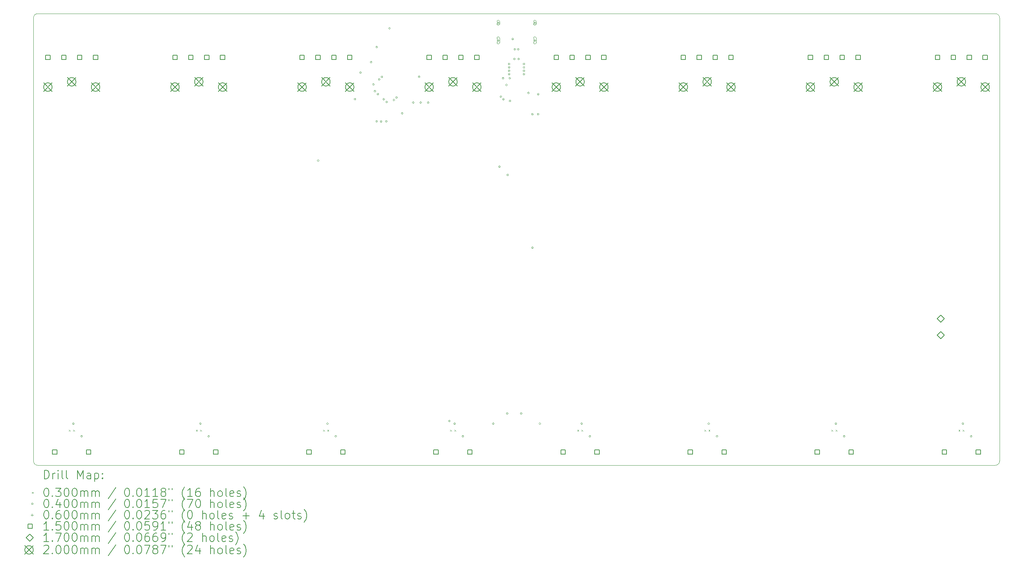
<source format=gbr>
%TF.GenerationSoftware,KiCad,Pcbnew,8.0.3*%
%TF.CreationDate,2024-07-13T17:19:21+02:00*%
%TF.ProjectId,faderboard,66616465-7262-46f6-9172-642e6b696361,rev?*%
%TF.SameCoordinates,Original*%
%TF.FileFunction,Drillmap*%
%TF.FilePolarity,Positive*%
%FSLAX45Y45*%
G04 Gerber Fmt 4.5, Leading zero omitted, Abs format (unit mm)*
G04 Created by KiCad (PCBNEW 8.0.3) date 2024-07-13 17:19:21*
%MOMM*%
%LPD*%
G01*
G04 APERTURE LIST*
%ADD10C,0.100000*%
%ADD11C,0.200000*%
%ADD12C,0.150000*%
%ADD13C,0.170000*%
G04 APERTURE END LIST*
D10*
X26152500Y-2565000D02*
X26152500Y-13035000D01*
X3447500Y-13135000D02*
X26052500Y-13135000D01*
X3447500Y-13135000D02*
G75*
G02*
X3347500Y-13035000I0J100000D01*
G01*
X3347500Y-2565000D02*
X3347500Y-13035000D01*
X3447500Y-2465000D02*
X26052500Y-2465000D01*
X26152500Y-13035000D02*
G75*
G02*
X26052500Y-13135000I-100000J0D01*
G01*
X3347500Y-2565000D02*
G75*
G02*
X3447500Y-2465000I100000J0D01*
G01*
X26052500Y-2465000D02*
G75*
G02*
X26152500Y-2565000I0J-100000D01*
G01*
D11*
D10*
X4185000Y-12295000D02*
X4215000Y-12325000D01*
X4215000Y-12295000D02*
X4185000Y-12325000D01*
X4285000Y-12295000D02*
X4315000Y-12325000D01*
X4315000Y-12295000D02*
X4285000Y-12325000D01*
X7185000Y-12295000D02*
X7215000Y-12325000D01*
X7215000Y-12295000D02*
X7185000Y-12325000D01*
X7285000Y-12295000D02*
X7315000Y-12325000D01*
X7315000Y-12295000D02*
X7285000Y-12325000D01*
X10185000Y-12295000D02*
X10215000Y-12325000D01*
X10215000Y-12295000D02*
X10185000Y-12325000D01*
X10285000Y-12295000D02*
X10315000Y-12325000D01*
X10315000Y-12295000D02*
X10285000Y-12325000D01*
X13185000Y-12295000D02*
X13215000Y-12325000D01*
X13215000Y-12295000D02*
X13185000Y-12325000D01*
X13285000Y-12295000D02*
X13315000Y-12325000D01*
X13315000Y-12295000D02*
X13285000Y-12325000D01*
X16185000Y-12295000D02*
X16215000Y-12325000D01*
X16215000Y-12295000D02*
X16185000Y-12325000D01*
X16285000Y-12295000D02*
X16315000Y-12325000D01*
X16315000Y-12295000D02*
X16285000Y-12325000D01*
X19185000Y-12295000D02*
X19215000Y-12325000D01*
X19215000Y-12295000D02*
X19185000Y-12325000D01*
X19285000Y-12295000D02*
X19315000Y-12325000D01*
X19315000Y-12295000D02*
X19285000Y-12325000D01*
X22185000Y-12295000D02*
X22215000Y-12325000D01*
X22215000Y-12295000D02*
X22185000Y-12325000D01*
X22285000Y-12295000D02*
X22315000Y-12325000D01*
X22315000Y-12295000D02*
X22285000Y-12325000D01*
X25185000Y-12295000D02*
X25215000Y-12325000D01*
X25215000Y-12295000D02*
X25185000Y-12325000D01*
X25285000Y-12295000D02*
X25315000Y-12325000D01*
X25315000Y-12295000D02*
X25285000Y-12325000D01*
X4307500Y-12150000D02*
G75*
G02*
X4267500Y-12150000I-20000J0D01*
G01*
X4267500Y-12150000D02*
G75*
G02*
X4307500Y-12150000I20000J0D01*
G01*
X4502000Y-12449000D02*
G75*
G02*
X4462000Y-12449000I-20000J0D01*
G01*
X4462000Y-12449000D02*
G75*
G02*
X4502000Y-12449000I20000J0D01*
G01*
X7307500Y-12150000D02*
G75*
G02*
X7267500Y-12150000I-20000J0D01*
G01*
X7267500Y-12150000D02*
G75*
G02*
X7307500Y-12150000I20000J0D01*
G01*
X7502000Y-12449000D02*
G75*
G02*
X7462000Y-12449000I-20000J0D01*
G01*
X7462000Y-12449000D02*
G75*
G02*
X7502000Y-12449000I20000J0D01*
G01*
X10087500Y-5935533D02*
G75*
G02*
X10047500Y-5935533I-20000J0D01*
G01*
X10047500Y-5935533D02*
G75*
G02*
X10087500Y-5935533I20000J0D01*
G01*
X10307500Y-12150000D02*
G75*
G02*
X10267500Y-12150000I-20000J0D01*
G01*
X10267500Y-12150000D02*
G75*
G02*
X10307500Y-12150000I20000J0D01*
G01*
X10502000Y-12449000D02*
G75*
G02*
X10462000Y-12449000I-20000J0D01*
G01*
X10462000Y-12449000D02*
G75*
G02*
X10502000Y-12449000I20000J0D01*
G01*
X10955850Y-4485850D02*
G75*
G02*
X10915850Y-4485850I-20000J0D01*
G01*
X10915850Y-4485850D02*
G75*
G02*
X10955850Y-4485850I20000J0D01*
G01*
X11087062Y-3859456D02*
G75*
G02*
X11047062Y-3859456I-20000J0D01*
G01*
X11047062Y-3859456D02*
G75*
G02*
X11087062Y-3859456I20000J0D01*
G01*
X11337455Y-3609063D02*
G75*
G02*
X11297455Y-3609063I-20000J0D01*
G01*
X11297455Y-3609063D02*
G75*
G02*
X11337455Y-3609063I20000J0D01*
G01*
X11390945Y-4139143D02*
G75*
G02*
X11350945Y-4139143I-20000J0D01*
G01*
X11350945Y-4139143D02*
G75*
G02*
X11390945Y-4139143I20000J0D01*
G01*
X11426300Y-4296212D02*
G75*
G02*
X11386300Y-4296212I-20000J0D01*
G01*
X11386300Y-4296212D02*
G75*
G02*
X11426300Y-4296212I20000J0D01*
G01*
X11470000Y-3255000D02*
G75*
G02*
X11430000Y-3255000I-20000J0D01*
G01*
X11430000Y-3255000D02*
G75*
G02*
X11470000Y-3255000I20000J0D01*
G01*
X11470000Y-5011000D02*
G75*
G02*
X11430000Y-5011000I-20000J0D01*
G01*
X11430000Y-5011000D02*
G75*
G02*
X11470000Y-5011000I20000J0D01*
G01*
X11497011Y-4366923D02*
G75*
G02*
X11457011Y-4366923I-20000J0D01*
G01*
X11457011Y-4366923D02*
G75*
G02*
X11497011Y-4366923I20000J0D01*
G01*
X11529335Y-4018821D02*
G75*
G02*
X11489335Y-4018821I-20000J0D01*
G01*
X11489335Y-4018821D02*
G75*
G02*
X11529335Y-4018821I20000J0D01*
G01*
X11572000Y-5011000D02*
G75*
G02*
X11532000Y-5011000I-20000J0D01*
G01*
X11532000Y-5011000D02*
G75*
G02*
X11572000Y-5011000I20000J0D01*
G01*
X11590000Y-3960000D02*
G75*
G02*
X11550000Y-3960000I-20000J0D01*
G01*
X11550000Y-3960000D02*
G75*
G02*
X11590000Y-3960000I20000J0D01*
G01*
X11635380Y-4487183D02*
G75*
G02*
X11595380Y-4487183I-20000J0D01*
G01*
X11595380Y-4487183D02*
G75*
G02*
X11635380Y-4487183I20000J0D01*
G01*
X11697880Y-5011000D02*
G75*
G02*
X11657880Y-5011000I-20000J0D01*
G01*
X11657880Y-5011000D02*
G75*
G02*
X11697880Y-5011000I20000J0D01*
G01*
X11705986Y-4551977D02*
G75*
G02*
X11665986Y-4551977I-20000J0D01*
G01*
X11665986Y-4551977D02*
G75*
G02*
X11705986Y-4551977I20000J0D01*
G01*
X11770000Y-2812500D02*
G75*
G02*
X11730000Y-2812500I-20000J0D01*
G01*
X11730000Y-2812500D02*
G75*
G02*
X11770000Y-2812500I20000J0D01*
G01*
X11875038Y-4506564D02*
G75*
G02*
X11835038Y-4506564I-20000J0D01*
G01*
X11835038Y-4506564D02*
G75*
G02*
X11875038Y-4506564I20000J0D01*
G01*
X11935143Y-4446460D02*
G75*
G02*
X11895143Y-4446460I-20000J0D01*
G01*
X11895143Y-4446460D02*
G75*
G02*
X11935143Y-4446460I20000J0D01*
G01*
X12069487Y-4820513D02*
G75*
G02*
X12029487Y-4820513I-20000J0D01*
G01*
X12029487Y-4820513D02*
G75*
G02*
X12069487Y-4820513I20000J0D01*
G01*
X12331018Y-4566564D02*
G75*
G02*
X12291018Y-4566564I-20000J0D01*
G01*
X12291018Y-4566564D02*
G75*
G02*
X12331018Y-4566564I20000J0D01*
G01*
X12470000Y-3957500D02*
G75*
G02*
X12430000Y-3957500I-20000J0D01*
G01*
X12430000Y-3957500D02*
G75*
G02*
X12470000Y-3957500I20000J0D01*
G01*
X12507795Y-4566564D02*
G75*
G02*
X12467795Y-4566564I-20000J0D01*
G01*
X12467795Y-4566564D02*
G75*
G02*
X12507795Y-4566564I20000J0D01*
G01*
X12684572Y-4566564D02*
G75*
G02*
X12644572Y-4566564I-20000J0D01*
G01*
X12644572Y-4566564D02*
G75*
G02*
X12684572Y-4566564I20000J0D01*
G01*
X13182500Y-12087500D02*
G75*
G02*
X13142500Y-12087500I-20000J0D01*
G01*
X13142500Y-12087500D02*
G75*
G02*
X13182500Y-12087500I20000J0D01*
G01*
X13307500Y-12150000D02*
G75*
G02*
X13267500Y-12150000I-20000J0D01*
G01*
X13267500Y-12150000D02*
G75*
G02*
X13307500Y-12150000I20000J0D01*
G01*
X13502000Y-12449000D02*
G75*
G02*
X13462000Y-12449000I-20000J0D01*
G01*
X13462000Y-12449000D02*
G75*
G02*
X13502000Y-12449000I20000J0D01*
G01*
X14220000Y-12150000D02*
G75*
G02*
X14180000Y-12150000I-20000J0D01*
G01*
X14180000Y-12150000D02*
G75*
G02*
X14220000Y-12150000I20000J0D01*
G01*
X14367500Y-6079000D02*
G75*
G02*
X14327500Y-6079000I-20000J0D01*
G01*
X14327500Y-6079000D02*
G75*
G02*
X14367500Y-6079000I20000J0D01*
G01*
X14398998Y-4427064D02*
G75*
G02*
X14358998Y-4427064I-20000J0D01*
G01*
X14358998Y-4427064D02*
G75*
G02*
X14398998Y-4427064I20000J0D01*
G01*
X14450000Y-3990000D02*
G75*
G02*
X14410000Y-3990000I-20000J0D01*
G01*
X14410000Y-3990000D02*
G75*
G02*
X14450000Y-3990000I20000J0D01*
G01*
X14459103Y-4487169D02*
G75*
G02*
X14419103Y-4487169I-20000J0D01*
G01*
X14419103Y-4487169D02*
G75*
G02*
X14459103Y-4487169I20000J0D01*
G01*
X14532500Y-4150000D02*
G75*
G02*
X14492500Y-4150000I-20000J0D01*
G01*
X14492500Y-4150000D02*
G75*
G02*
X14532500Y-4150000I20000J0D01*
G01*
X14550000Y-11909000D02*
G75*
G02*
X14510000Y-11909000I-20000J0D01*
G01*
X14510000Y-11909000D02*
G75*
G02*
X14550000Y-11909000I20000J0D01*
G01*
X14562500Y-6275000D02*
G75*
G02*
X14522500Y-6275000I-20000J0D01*
G01*
X14522500Y-6275000D02*
G75*
G02*
X14562500Y-6275000I20000J0D01*
G01*
X14595000Y-3655000D02*
G75*
G02*
X14555000Y-3655000I-20000J0D01*
G01*
X14555000Y-3655000D02*
G75*
G02*
X14595000Y-3655000I20000J0D01*
G01*
X14595000Y-3735000D02*
G75*
G02*
X14555000Y-3735000I-20000J0D01*
G01*
X14555000Y-3735000D02*
G75*
G02*
X14595000Y-3735000I20000J0D01*
G01*
X14595000Y-3815000D02*
G75*
G02*
X14555000Y-3815000I-20000J0D01*
G01*
X14555000Y-3815000D02*
G75*
G02*
X14595000Y-3815000I20000J0D01*
G01*
X14595000Y-3895000D02*
G75*
G02*
X14555000Y-3895000I-20000J0D01*
G01*
X14555000Y-3895000D02*
G75*
G02*
X14595000Y-3895000I20000J0D01*
G01*
X14610000Y-3990000D02*
G75*
G02*
X14570000Y-3990000I-20000J0D01*
G01*
X14570000Y-3990000D02*
G75*
G02*
X14610000Y-3990000I20000J0D01*
G01*
X14615500Y-4529250D02*
G75*
G02*
X14575500Y-4529250I-20000J0D01*
G01*
X14575500Y-4529250D02*
G75*
G02*
X14615500Y-4529250I20000J0D01*
G01*
X14680000Y-3066000D02*
G75*
G02*
X14640000Y-3066000I-20000J0D01*
G01*
X14640000Y-3066000D02*
G75*
G02*
X14680000Y-3066000I20000J0D01*
G01*
X14720000Y-3537000D02*
G75*
G02*
X14680000Y-3537000I-20000J0D01*
G01*
X14680000Y-3537000D02*
G75*
G02*
X14720000Y-3537000I20000J0D01*
G01*
X14730000Y-3307000D02*
G75*
G02*
X14690000Y-3307000I-20000J0D01*
G01*
X14690000Y-3307000D02*
G75*
G02*
X14730000Y-3307000I20000J0D01*
G01*
X14810000Y-3307000D02*
G75*
G02*
X14770000Y-3307000I-20000J0D01*
G01*
X14770000Y-3307000D02*
G75*
G02*
X14810000Y-3307000I20000J0D01*
G01*
X14820000Y-3537000D02*
G75*
G02*
X14780000Y-3537000I-20000J0D01*
G01*
X14780000Y-3537000D02*
G75*
G02*
X14820000Y-3537000I20000J0D01*
G01*
X14880000Y-11909000D02*
G75*
G02*
X14840000Y-11909000I-20000J0D01*
G01*
X14840000Y-11909000D02*
G75*
G02*
X14880000Y-11909000I20000J0D01*
G01*
X14945000Y-3655000D02*
G75*
G02*
X14905000Y-3655000I-20000J0D01*
G01*
X14905000Y-3655000D02*
G75*
G02*
X14945000Y-3655000I20000J0D01*
G01*
X14945000Y-3735000D02*
G75*
G02*
X14905000Y-3735000I-20000J0D01*
G01*
X14905000Y-3735000D02*
G75*
G02*
X14945000Y-3735000I20000J0D01*
G01*
X14945000Y-3815000D02*
G75*
G02*
X14905000Y-3815000I-20000J0D01*
G01*
X14905000Y-3815000D02*
G75*
G02*
X14945000Y-3815000I20000J0D01*
G01*
X14945000Y-3895000D02*
G75*
G02*
X14905000Y-3895000I-20000J0D01*
G01*
X14905000Y-3895000D02*
G75*
G02*
X14945000Y-3895000I20000J0D01*
G01*
X15050000Y-4338000D02*
G75*
G02*
X15010000Y-4338000I-20000J0D01*
G01*
X15010000Y-4338000D02*
G75*
G02*
X15050000Y-4338000I20000J0D01*
G01*
X15145500Y-4840500D02*
G75*
G02*
X15105500Y-4840500I-20000J0D01*
G01*
X15105500Y-4840500D02*
G75*
G02*
X15145500Y-4840500I20000J0D01*
G01*
X15145500Y-7991490D02*
G75*
G02*
X15105500Y-7991490I-20000J0D01*
G01*
X15105500Y-7991490D02*
G75*
G02*
X15145500Y-7991490I20000J0D01*
G01*
X15280500Y-4370000D02*
G75*
G02*
X15240500Y-4370000I-20000J0D01*
G01*
X15240500Y-4370000D02*
G75*
G02*
X15280500Y-4370000I20000J0D01*
G01*
X15280500Y-4840500D02*
G75*
G02*
X15240500Y-4840500I-20000J0D01*
G01*
X15240500Y-4840500D02*
G75*
G02*
X15280500Y-4840500I20000J0D01*
G01*
X15320000Y-12150000D02*
G75*
G02*
X15280000Y-12150000I-20000J0D01*
G01*
X15280000Y-12150000D02*
G75*
G02*
X15320000Y-12150000I20000J0D01*
G01*
X16307500Y-12150000D02*
G75*
G02*
X16267500Y-12150000I-20000J0D01*
G01*
X16267500Y-12150000D02*
G75*
G02*
X16307500Y-12150000I20000J0D01*
G01*
X16502000Y-12449000D02*
G75*
G02*
X16462000Y-12449000I-20000J0D01*
G01*
X16462000Y-12449000D02*
G75*
G02*
X16502000Y-12449000I20000J0D01*
G01*
X19307500Y-12150000D02*
G75*
G02*
X19267500Y-12150000I-20000J0D01*
G01*
X19267500Y-12150000D02*
G75*
G02*
X19307500Y-12150000I20000J0D01*
G01*
X19502000Y-12449000D02*
G75*
G02*
X19462000Y-12449000I-20000J0D01*
G01*
X19462000Y-12449000D02*
G75*
G02*
X19502000Y-12449000I20000J0D01*
G01*
X22307500Y-12150000D02*
G75*
G02*
X22267500Y-12150000I-20000J0D01*
G01*
X22267500Y-12150000D02*
G75*
G02*
X22307500Y-12150000I20000J0D01*
G01*
X22502000Y-12449000D02*
G75*
G02*
X22462000Y-12449000I-20000J0D01*
G01*
X22462000Y-12449000D02*
G75*
G02*
X22502000Y-12449000I20000J0D01*
G01*
X25307500Y-12150000D02*
G75*
G02*
X25267500Y-12150000I-20000J0D01*
G01*
X25267500Y-12150000D02*
G75*
G02*
X25307500Y-12150000I20000J0D01*
G01*
X25502000Y-12449000D02*
G75*
G02*
X25462000Y-12449000I-20000J0D01*
G01*
X25462000Y-12449000D02*
G75*
G02*
X25502000Y-12449000I20000J0D01*
G01*
X14318000Y-2649000D02*
X14318000Y-2709000D01*
X14288000Y-2679000D02*
X14348000Y-2679000D01*
X14348000Y-2709000D02*
X14348000Y-2649000D01*
X14288000Y-2649000D02*
G75*
G02*
X14348000Y-2649000I30000J0D01*
G01*
X14288000Y-2649000D02*
X14288000Y-2709000D01*
X14288000Y-2709000D02*
G75*
G03*
X14348000Y-2709000I30000J0D01*
G01*
X14318000Y-3067000D02*
X14318000Y-3127000D01*
X14288000Y-3097000D02*
X14348000Y-3097000D01*
X14348000Y-3152000D02*
X14348000Y-3042000D01*
X14288000Y-3042000D02*
G75*
G02*
X14348000Y-3042000I30000J0D01*
G01*
X14288000Y-3042000D02*
X14288000Y-3152000D01*
X14288000Y-3152000D02*
G75*
G03*
X14348000Y-3152000I30000J0D01*
G01*
X15182000Y-2649000D02*
X15182000Y-2709000D01*
X15152000Y-2679000D02*
X15212000Y-2679000D01*
X15212000Y-2709000D02*
X15212000Y-2649000D01*
X15152000Y-2649000D02*
G75*
G02*
X15212000Y-2649000I30000J0D01*
G01*
X15152000Y-2649000D02*
X15152000Y-2709000D01*
X15152000Y-2709000D02*
G75*
G03*
X15212000Y-2709000I30000J0D01*
G01*
X15182000Y-3067000D02*
X15182000Y-3127000D01*
X15152000Y-3097000D02*
X15212000Y-3097000D01*
X15212000Y-3152000D02*
X15212000Y-3042000D01*
X15152000Y-3042000D02*
G75*
G02*
X15212000Y-3042000I30000J0D01*
G01*
X15152000Y-3042000D02*
X15152000Y-3152000D01*
X15152000Y-3152000D02*
G75*
G03*
X15212000Y-3152000I30000J0D01*
G01*
D12*
X3740533Y-3553033D02*
X3740533Y-3446966D01*
X3634466Y-3446966D01*
X3634466Y-3553033D01*
X3740533Y-3553033D01*
X3903033Y-12873033D02*
X3903033Y-12766966D01*
X3796966Y-12766966D01*
X3796966Y-12873033D01*
X3903033Y-12873033D01*
X4115533Y-3553033D02*
X4115533Y-3446966D01*
X4009466Y-3446966D01*
X4009466Y-3553033D01*
X4115533Y-3553033D01*
X4490534Y-3553033D02*
X4490534Y-3446966D01*
X4384467Y-3446966D01*
X4384467Y-3553033D01*
X4490534Y-3553033D01*
X4703034Y-12873033D02*
X4703034Y-12766966D01*
X4596967Y-12766966D01*
X4596967Y-12873033D01*
X4703034Y-12873033D01*
X4865534Y-3553033D02*
X4865534Y-3446966D01*
X4759467Y-3446966D01*
X4759467Y-3553033D01*
X4865534Y-3553033D01*
X6740533Y-3553033D02*
X6740533Y-3446966D01*
X6634466Y-3446966D01*
X6634466Y-3553033D01*
X6740533Y-3553033D01*
X6903033Y-12873033D02*
X6903033Y-12766966D01*
X6796966Y-12766966D01*
X6796966Y-12873033D01*
X6903033Y-12873033D01*
X7115533Y-3553033D02*
X7115533Y-3446966D01*
X7009466Y-3446966D01*
X7009466Y-3553033D01*
X7115533Y-3553033D01*
X7490533Y-3553033D02*
X7490533Y-3446966D01*
X7384466Y-3446966D01*
X7384466Y-3553033D01*
X7490533Y-3553033D01*
X7703033Y-12873033D02*
X7703033Y-12766966D01*
X7596966Y-12766966D01*
X7596966Y-12873033D01*
X7703033Y-12873033D01*
X7865533Y-3553033D02*
X7865533Y-3446966D01*
X7759466Y-3446966D01*
X7759466Y-3553033D01*
X7865533Y-3553033D01*
X9740534Y-3553033D02*
X9740534Y-3446966D01*
X9634467Y-3446966D01*
X9634467Y-3553033D01*
X9740534Y-3553033D01*
X9903034Y-12873033D02*
X9903034Y-12766966D01*
X9796967Y-12766966D01*
X9796967Y-12873033D01*
X9903034Y-12873033D01*
X10115534Y-3553033D02*
X10115534Y-3446966D01*
X10009467Y-3446966D01*
X10009467Y-3553033D01*
X10115534Y-3553033D01*
X10490534Y-3553033D02*
X10490534Y-3446966D01*
X10384467Y-3446966D01*
X10384467Y-3553033D01*
X10490534Y-3553033D01*
X10703034Y-12873033D02*
X10703034Y-12766966D01*
X10596967Y-12766966D01*
X10596967Y-12873033D01*
X10703034Y-12873033D01*
X10865534Y-3553033D02*
X10865534Y-3446966D01*
X10759467Y-3446966D01*
X10759467Y-3553033D01*
X10865534Y-3553033D01*
X12740533Y-3553033D02*
X12740533Y-3446966D01*
X12634466Y-3446966D01*
X12634466Y-3553033D01*
X12740533Y-3553033D01*
X12903033Y-12873033D02*
X12903033Y-12766966D01*
X12796966Y-12766966D01*
X12796966Y-12873033D01*
X12903033Y-12873033D01*
X13115533Y-3553033D02*
X13115533Y-3446966D01*
X13009466Y-3446966D01*
X13009466Y-3553033D01*
X13115533Y-3553033D01*
X13490533Y-3553033D02*
X13490533Y-3446966D01*
X13384466Y-3446966D01*
X13384466Y-3553033D01*
X13490533Y-3553033D01*
X13703033Y-12873033D02*
X13703033Y-12766966D01*
X13596966Y-12766966D01*
X13596966Y-12873033D01*
X13703033Y-12873033D01*
X13865533Y-3553033D02*
X13865533Y-3446966D01*
X13759466Y-3446966D01*
X13759466Y-3553033D01*
X13865533Y-3553033D01*
X15740533Y-3553033D02*
X15740533Y-3446966D01*
X15634466Y-3446966D01*
X15634466Y-3553033D01*
X15740533Y-3553033D01*
X15903033Y-12873033D02*
X15903033Y-12766966D01*
X15796966Y-12766966D01*
X15796966Y-12873033D01*
X15903033Y-12873033D01*
X16115533Y-3553033D02*
X16115533Y-3446966D01*
X16009466Y-3446966D01*
X16009466Y-3553033D01*
X16115533Y-3553033D01*
X16490533Y-3553033D02*
X16490533Y-3446966D01*
X16384466Y-3446966D01*
X16384466Y-3553033D01*
X16490533Y-3553033D01*
X16703033Y-12873033D02*
X16703033Y-12766966D01*
X16596966Y-12766966D01*
X16596966Y-12873033D01*
X16703033Y-12873033D01*
X16865534Y-3553033D02*
X16865534Y-3446966D01*
X16759466Y-3446966D01*
X16759466Y-3553033D01*
X16865534Y-3553033D01*
X18740534Y-3553033D02*
X18740534Y-3446966D01*
X18634467Y-3446966D01*
X18634467Y-3553033D01*
X18740534Y-3553033D01*
X18903034Y-12873033D02*
X18903034Y-12766966D01*
X18796967Y-12766966D01*
X18796967Y-12873033D01*
X18903034Y-12873033D01*
X19115534Y-3553033D02*
X19115534Y-3446966D01*
X19009467Y-3446966D01*
X19009467Y-3553033D01*
X19115534Y-3553033D01*
X19490534Y-3553033D02*
X19490534Y-3446966D01*
X19384467Y-3446966D01*
X19384467Y-3553033D01*
X19490534Y-3553033D01*
X19703034Y-12873033D02*
X19703034Y-12766966D01*
X19596967Y-12766966D01*
X19596967Y-12873033D01*
X19703034Y-12873033D01*
X19865534Y-3553033D02*
X19865534Y-3446966D01*
X19759467Y-3446966D01*
X19759467Y-3553033D01*
X19865534Y-3553033D01*
X21740534Y-3553033D02*
X21740534Y-3446966D01*
X21634467Y-3446966D01*
X21634467Y-3553033D01*
X21740534Y-3553033D01*
X21903034Y-12873033D02*
X21903034Y-12766966D01*
X21796967Y-12766966D01*
X21796967Y-12873033D01*
X21903034Y-12873033D01*
X22115534Y-3553033D02*
X22115534Y-3446966D01*
X22009467Y-3446966D01*
X22009467Y-3553033D01*
X22115534Y-3553033D01*
X22490533Y-3553033D02*
X22490533Y-3446966D01*
X22384466Y-3446966D01*
X22384466Y-3553033D01*
X22490533Y-3553033D01*
X22703033Y-12873033D02*
X22703033Y-12766966D01*
X22596966Y-12766966D01*
X22596966Y-12873033D01*
X22703033Y-12873033D01*
X22865533Y-3553033D02*
X22865533Y-3446966D01*
X22759466Y-3446966D01*
X22759466Y-3553033D01*
X22865533Y-3553033D01*
X24740533Y-3553033D02*
X24740533Y-3446966D01*
X24634466Y-3446966D01*
X24634466Y-3553033D01*
X24740533Y-3553033D01*
X24903033Y-12873033D02*
X24903033Y-12766966D01*
X24796966Y-12766966D01*
X24796966Y-12873033D01*
X24903033Y-12873033D01*
X25115533Y-3553033D02*
X25115533Y-3446966D01*
X25009466Y-3446966D01*
X25009466Y-3553033D01*
X25115533Y-3553033D01*
X25490533Y-3553033D02*
X25490533Y-3446966D01*
X25384466Y-3446966D01*
X25384466Y-3553033D01*
X25490533Y-3553033D01*
X25703033Y-12873033D02*
X25703033Y-12766966D01*
X25596966Y-12766966D01*
X25596966Y-12873033D01*
X25703033Y-12873033D01*
X25865533Y-3553033D02*
X25865533Y-3446966D01*
X25759466Y-3446966D01*
X25759466Y-3553033D01*
X25865533Y-3553033D01*
D13*
X24762500Y-9752000D02*
X24847500Y-9667000D01*
X24762500Y-9582000D01*
X24677500Y-9667000D01*
X24762500Y-9752000D01*
X24762500Y-10148000D02*
X24847500Y-10063000D01*
X24762500Y-9978000D01*
X24677500Y-10063000D01*
X24762500Y-10148000D01*
D11*
X3587500Y-4100000D02*
X3787500Y-4300000D01*
X3787500Y-4100000D02*
X3587500Y-4300000D01*
X3787500Y-4200000D02*
G75*
G02*
X3587500Y-4200000I-100000J0D01*
G01*
X3587500Y-4200000D02*
G75*
G02*
X3787500Y-4200000I100000J0D01*
G01*
X4150000Y-3975000D02*
X4350000Y-4175000D01*
X4350000Y-3975000D02*
X4150000Y-4175000D01*
X4350000Y-4075000D02*
G75*
G02*
X4150000Y-4075000I-100000J0D01*
G01*
X4150000Y-4075000D02*
G75*
G02*
X4350000Y-4075000I100000J0D01*
G01*
X4712500Y-4100000D02*
X4912500Y-4300000D01*
X4912500Y-4100000D02*
X4712500Y-4300000D01*
X4912500Y-4200000D02*
G75*
G02*
X4712500Y-4200000I-100000J0D01*
G01*
X4712500Y-4200000D02*
G75*
G02*
X4912500Y-4200000I100000J0D01*
G01*
X6587500Y-4100000D02*
X6787500Y-4300000D01*
X6787500Y-4100000D02*
X6587500Y-4300000D01*
X6787500Y-4200000D02*
G75*
G02*
X6587500Y-4200000I-100000J0D01*
G01*
X6587500Y-4200000D02*
G75*
G02*
X6787500Y-4200000I100000J0D01*
G01*
X7150000Y-3975000D02*
X7350000Y-4175000D01*
X7350000Y-3975000D02*
X7150000Y-4175000D01*
X7350000Y-4075000D02*
G75*
G02*
X7150000Y-4075000I-100000J0D01*
G01*
X7150000Y-4075000D02*
G75*
G02*
X7350000Y-4075000I100000J0D01*
G01*
X7712500Y-4100000D02*
X7912500Y-4300000D01*
X7912500Y-4100000D02*
X7712500Y-4300000D01*
X7912500Y-4200000D02*
G75*
G02*
X7712500Y-4200000I-100000J0D01*
G01*
X7712500Y-4200000D02*
G75*
G02*
X7912500Y-4200000I100000J0D01*
G01*
X9587500Y-4100000D02*
X9787500Y-4300000D01*
X9787500Y-4100000D02*
X9587500Y-4300000D01*
X9787500Y-4200000D02*
G75*
G02*
X9587500Y-4200000I-100000J0D01*
G01*
X9587500Y-4200000D02*
G75*
G02*
X9787500Y-4200000I100000J0D01*
G01*
X10150000Y-3975000D02*
X10350000Y-4175000D01*
X10350000Y-3975000D02*
X10150000Y-4175000D01*
X10350000Y-4075000D02*
G75*
G02*
X10150000Y-4075000I-100000J0D01*
G01*
X10150000Y-4075000D02*
G75*
G02*
X10350000Y-4075000I100000J0D01*
G01*
X10712500Y-4100000D02*
X10912500Y-4300000D01*
X10912500Y-4100000D02*
X10712500Y-4300000D01*
X10912500Y-4200000D02*
G75*
G02*
X10712500Y-4200000I-100000J0D01*
G01*
X10712500Y-4200000D02*
G75*
G02*
X10912500Y-4200000I100000J0D01*
G01*
X12587500Y-4100000D02*
X12787500Y-4300000D01*
X12787500Y-4100000D02*
X12587500Y-4300000D01*
X12787500Y-4200000D02*
G75*
G02*
X12587500Y-4200000I-100000J0D01*
G01*
X12587500Y-4200000D02*
G75*
G02*
X12787500Y-4200000I100000J0D01*
G01*
X13150000Y-3975000D02*
X13350000Y-4175000D01*
X13350000Y-3975000D02*
X13150000Y-4175000D01*
X13350000Y-4075000D02*
G75*
G02*
X13150000Y-4075000I-100000J0D01*
G01*
X13150000Y-4075000D02*
G75*
G02*
X13350000Y-4075000I100000J0D01*
G01*
X13712500Y-4100000D02*
X13912500Y-4300000D01*
X13912500Y-4100000D02*
X13712500Y-4300000D01*
X13912500Y-4200000D02*
G75*
G02*
X13712500Y-4200000I-100000J0D01*
G01*
X13712500Y-4200000D02*
G75*
G02*
X13912500Y-4200000I100000J0D01*
G01*
X15587500Y-4100000D02*
X15787500Y-4300000D01*
X15787500Y-4100000D02*
X15587500Y-4300000D01*
X15787500Y-4200000D02*
G75*
G02*
X15587500Y-4200000I-100000J0D01*
G01*
X15587500Y-4200000D02*
G75*
G02*
X15787500Y-4200000I100000J0D01*
G01*
X16150000Y-3975000D02*
X16350000Y-4175000D01*
X16350000Y-3975000D02*
X16150000Y-4175000D01*
X16350000Y-4075000D02*
G75*
G02*
X16150000Y-4075000I-100000J0D01*
G01*
X16150000Y-4075000D02*
G75*
G02*
X16350000Y-4075000I100000J0D01*
G01*
X16712500Y-4100000D02*
X16912500Y-4300000D01*
X16912500Y-4100000D02*
X16712500Y-4300000D01*
X16912500Y-4200000D02*
G75*
G02*
X16712500Y-4200000I-100000J0D01*
G01*
X16712500Y-4200000D02*
G75*
G02*
X16912500Y-4200000I100000J0D01*
G01*
X18587500Y-4100000D02*
X18787500Y-4300000D01*
X18787500Y-4100000D02*
X18587500Y-4300000D01*
X18787500Y-4200000D02*
G75*
G02*
X18587500Y-4200000I-100000J0D01*
G01*
X18587500Y-4200000D02*
G75*
G02*
X18787500Y-4200000I100000J0D01*
G01*
X19150000Y-3975000D02*
X19350000Y-4175000D01*
X19350000Y-3975000D02*
X19150000Y-4175000D01*
X19350000Y-4075000D02*
G75*
G02*
X19150000Y-4075000I-100000J0D01*
G01*
X19150000Y-4075000D02*
G75*
G02*
X19350000Y-4075000I100000J0D01*
G01*
X19712500Y-4100000D02*
X19912500Y-4300000D01*
X19912500Y-4100000D02*
X19712500Y-4300000D01*
X19912500Y-4200000D02*
G75*
G02*
X19712500Y-4200000I-100000J0D01*
G01*
X19712500Y-4200000D02*
G75*
G02*
X19912500Y-4200000I100000J0D01*
G01*
X21587500Y-4100000D02*
X21787500Y-4300000D01*
X21787500Y-4100000D02*
X21587500Y-4300000D01*
X21787500Y-4200000D02*
G75*
G02*
X21587500Y-4200000I-100000J0D01*
G01*
X21587500Y-4200000D02*
G75*
G02*
X21787500Y-4200000I100000J0D01*
G01*
X22150000Y-3975000D02*
X22350000Y-4175000D01*
X22350000Y-3975000D02*
X22150000Y-4175000D01*
X22350000Y-4075000D02*
G75*
G02*
X22150000Y-4075000I-100000J0D01*
G01*
X22150000Y-4075000D02*
G75*
G02*
X22350000Y-4075000I100000J0D01*
G01*
X22712500Y-4100000D02*
X22912500Y-4300000D01*
X22912500Y-4100000D02*
X22712500Y-4300000D01*
X22912500Y-4200000D02*
G75*
G02*
X22712500Y-4200000I-100000J0D01*
G01*
X22712500Y-4200000D02*
G75*
G02*
X22912500Y-4200000I100000J0D01*
G01*
X24587500Y-4100000D02*
X24787500Y-4300000D01*
X24787500Y-4100000D02*
X24587500Y-4300000D01*
X24787500Y-4200000D02*
G75*
G02*
X24587500Y-4200000I-100000J0D01*
G01*
X24587500Y-4200000D02*
G75*
G02*
X24787500Y-4200000I100000J0D01*
G01*
X25150000Y-3975000D02*
X25350000Y-4175000D01*
X25350000Y-3975000D02*
X25150000Y-4175000D01*
X25350000Y-4075000D02*
G75*
G02*
X25150000Y-4075000I-100000J0D01*
G01*
X25150000Y-4075000D02*
G75*
G02*
X25350000Y-4075000I100000J0D01*
G01*
X25712500Y-4100000D02*
X25912500Y-4300000D01*
X25912500Y-4100000D02*
X25712500Y-4300000D01*
X25912500Y-4200000D02*
G75*
G02*
X25712500Y-4200000I-100000J0D01*
G01*
X25712500Y-4200000D02*
G75*
G02*
X25912500Y-4200000I100000J0D01*
G01*
X3603277Y-13451484D02*
X3603277Y-13251484D01*
X3603277Y-13251484D02*
X3650896Y-13251484D01*
X3650896Y-13251484D02*
X3679467Y-13261008D01*
X3679467Y-13261008D02*
X3698515Y-13280055D01*
X3698515Y-13280055D02*
X3708039Y-13299103D01*
X3708039Y-13299103D02*
X3717562Y-13337198D01*
X3717562Y-13337198D02*
X3717562Y-13365769D01*
X3717562Y-13365769D02*
X3708039Y-13403865D01*
X3708039Y-13403865D02*
X3698515Y-13422912D01*
X3698515Y-13422912D02*
X3679467Y-13441960D01*
X3679467Y-13441960D02*
X3650896Y-13451484D01*
X3650896Y-13451484D02*
X3603277Y-13451484D01*
X3803277Y-13451484D02*
X3803277Y-13318150D01*
X3803277Y-13356246D02*
X3812801Y-13337198D01*
X3812801Y-13337198D02*
X3822324Y-13327674D01*
X3822324Y-13327674D02*
X3841372Y-13318150D01*
X3841372Y-13318150D02*
X3860420Y-13318150D01*
X3927086Y-13451484D02*
X3927086Y-13318150D01*
X3927086Y-13251484D02*
X3917562Y-13261008D01*
X3917562Y-13261008D02*
X3927086Y-13270531D01*
X3927086Y-13270531D02*
X3936610Y-13261008D01*
X3936610Y-13261008D02*
X3927086Y-13251484D01*
X3927086Y-13251484D02*
X3927086Y-13270531D01*
X4050896Y-13451484D02*
X4031848Y-13441960D01*
X4031848Y-13441960D02*
X4022324Y-13422912D01*
X4022324Y-13422912D02*
X4022324Y-13251484D01*
X4155658Y-13451484D02*
X4136610Y-13441960D01*
X4136610Y-13441960D02*
X4127086Y-13422912D01*
X4127086Y-13422912D02*
X4127086Y-13251484D01*
X4384229Y-13451484D02*
X4384229Y-13251484D01*
X4384229Y-13251484D02*
X4450896Y-13394341D01*
X4450896Y-13394341D02*
X4517563Y-13251484D01*
X4517563Y-13251484D02*
X4517563Y-13451484D01*
X4698515Y-13451484D02*
X4698515Y-13346722D01*
X4698515Y-13346722D02*
X4688991Y-13327674D01*
X4688991Y-13327674D02*
X4669944Y-13318150D01*
X4669944Y-13318150D02*
X4631848Y-13318150D01*
X4631848Y-13318150D02*
X4612801Y-13327674D01*
X4698515Y-13441960D02*
X4679467Y-13451484D01*
X4679467Y-13451484D02*
X4631848Y-13451484D01*
X4631848Y-13451484D02*
X4612801Y-13441960D01*
X4612801Y-13441960D02*
X4603277Y-13422912D01*
X4603277Y-13422912D02*
X4603277Y-13403865D01*
X4603277Y-13403865D02*
X4612801Y-13384817D01*
X4612801Y-13384817D02*
X4631848Y-13375293D01*
X4631848Y-13375293D02*
X4679467Y-13375293D01*
X4679467Y-13375293D02*
X4698515Y-13365769D01*
X4793753Y-13318150D02*
X4793753Y-13518150D01*
X4793753Y-13327674D02*
X4812801Y-13318150D01*
X4812801Y-13318150D02*
X4850896Y-13318150D01*
X4850896Y-13318150D02*
X4869944Y-13327674D01*
X4869944Y-13327674D02*
X4879467Y-13337198D01*
X4879467Y-13337198D02*
X4888991Y-13356246D01*
X4888991Y-13356246D02*
X4888991Y-13413388D01*
X4888991Y-13413388D02*
X4879467Y-13432436D01*
X4879467Y-13432436D02*
X4869944Y-13441960D01*
X4869944Y-13441960D02*
X4850896Y-13451484D01*
X4850896Y-13451484D02*
X4812801Y-13451484D01*
X4812801Y-13451484D02*
X4793753Y-13441960D01*
X4974705Y-13432436D02*
X4984229Y-13441960D01*
X4984229Y-13441960D02*
X4974705Y-13451484D01*
X4974705Y-13451484D02*
X4965182Y-13441960D01*
X4965182Y-13441960D02*
X4974705Y-13432436D01*
X4974705Y-13432436D02*
X4974705Y-13451484D01*
X4974705Y-13327674D02*
X4984229Y-13337198D01*
X4984229Y-13337198D02*
X4974705Y-13346722D01*
X4974705Y-13346722D02*
X4965182Y-13337198D01*
X4965182Y-13337198D02*
X4974705Y-13327674D01*
X4974705Y-13327674D02*
X4974705Y-13346722D01*
D10*
X3312500Y-13765000D02*
X3342500Y-13795000D01*
X3342500Y-13765000D02*
X3312500Y-13795000D01*
D11*
X3641372Y-13671484D02*
X3660420Y-13671484D01*
X3660420Y-13671484D02*
X3679467Y-13681008D01*
X3679467Y-13681008D02*
X3688991Y-13690531D01*
X3688991Y-13690531D02*
X3698515Y-13709579D01*
X3698515Y-13709579D02*
X3708039Y-13747674D01*
X3708039Y-13747674D02*
X3708039Y-13795293D01*
X3708039Y-13795293D02*
X3698515Y-13833388D01*
X3698515Y-13833388D02*
X3688991Y-13852436D01*
X3688991Y-13852436D02*
X3679467Y-13861960D01*
X3679467Y-13861960D02*
X3660420Y-13871484D01*
X3660420Y-13871484D02*
X3641372Y-13871484D01*
X3641372Y-13871484D02*
X3622324Y-13861960D01*
X3622324Y-13861960D02*
X3612801Y-13852436D01*
X3612801Y-13852436D02*
X3603277Y-13833388D01*
X3603277Y-13833388D02*
X3593753Y-13795293D01*
X3593753Y-13795293D02*
X3593753Y-13747674D01*
X3593753Y-13747674D02*
X3603277Y-13709579D01*
X3603277Y-13709579D02*
X3612801Y-13690531D01*
X3612801Y-13690531D02*
X3622324Y-13681008D01*
X3622324Y-13681008D02*
X3641372Y-13671484D01*
X3793753Y-13852436D02*
X3803277Y-13861960D01*
X3803277Y-13861960D02*
X3793753Y-13871484D01*
X3793753Y-13871484D02*
X3784229Y-13861960D01*
X3784229Y-13861960D02*
X3793753Y-13852436D01*
X3793753Y-13852436D02*
X3793753Y-13871484D01*
X3869943Y-13671484D02*
X3993753Y-13671484D01*
X3993753Y-13671484D02*
X3927086Y-13747674D01*
X3927086Y-13747674D02*
X3955658Y-13747674D01*
X3955658Y-13747674D02*
X3974705Y-13757198D01*
X3974705Y-13757198D02*
X3984229Y-13766722D01*
X3984229Y-13766722D02*
X3993753Y-13785769D01*
X3993753Y-13785769D02*
X3993753Y-13833388D01*
X3993753Y-13833388D02*
X3984229Y-13852436D01*
X3984229Y-13852436D02*
X3974705Y-13861960D01*
X3974705Y-13861960D02*
X3955658Y-13871484D01*
X3955658Y-13871484D02*
X3898515Y-13871484D01*
X3898515Y-13871484D02*
X3879467Y-13861960D01*
X3879467Y-13861960D02*
X3869943Y-13852436D01*
X4117562Y-13671484D02*
X4136610Y-13671484D01*
X4136610Y-13671484D02*
X4155658Y-13681008D01*
X4155658Y-13681008D02*
X4165182Y-13690531D01*
X4165182Y-13690531D02*
X4174705Y-13709579D01*
X4174705Y-13709579D02*
X4184229Y-13747674D01*
X4184229Y-13747674D02*
X4184229Y-13795293D01*
X4184229Y-13795293D02*
X4174705Y-13833388D01*
X4174705Y-13833388D02*
X4165182Y-13852436D01*
X4165182Y-13852436D02*
X4155658Y-13861960D01*
X4155658Y-13861960D02*
X4136610Y-13871484D01*
X4136610Y-13871484D02*
X4117562Y-13871484D01*
X4117562Y-13871484D02*
X4098515Y-13861960D01*
X4098515Y-13861960D02*
X4088991Y-13852436D01*
X4088991Y-13852436D02*
X4079467Y-13833388D01*
X4079467Y-13833388D02*
X4069943Y-13795293D01*
X4069943Y-13795293D02*
X4069943Y-13747674D01*
X4069943Y-13747674D02*
X4079467Y-13709579D01*
X4079467Y-13709579D02*
X4088991Y-13690531D01*
X4088991Y-13690531D02*
X4098515Y-13681008D01*
X4098515Y-13681008D02*
X4117562Y-13671484D01*
X4308039Y-13671484D02*
X4327086Y-13671484D01*
X4327086Y-13671484D02*
X4346134Y-13681008D01*
X4346134Y-13681008D02*
X4355658Y-13690531D01*
X4355658Y-13690531D02*
X4365182Y-13709579D01*
X4365182Y-13709579D02*
X4374705Y-13747674D01*
X4374705Y-13747674D02*
X4374705Y-13795293D01*
X4374705Y-13795293D02*
X4365182Y-13833388D01*
X4365182Y-13833388D02*
X4355658Y-13852436D01*
X4355658Y-13852436D02*
X4346134Y-13861960D01*
X4346134Y-13861960D02*
X4327086Y-13871484D01*
X4327086Y-13871484D02*
X4308039Y-13871484D01*
X4308039Y-13871484D02*
X4288991Y-13861960D01*
X4288991Y-13861960D02*
X4279467Y-13852436D01*
X4279467Y-13852436D02*
X4269944Y-13833388D01*
X4269944Y-13833388D02*
X4260420Y-13795293D01*
X4260420Y-13795293D02*
X4260420Y-13747674D01*
X4260420Y-13747674D02*
X4269944Y-13709579D01*
X4269944Y-13709579D02*
X4279467Y-13690531D01*
X4279467Y-13690531D02*
X4288991Y-13681008D01*
X4288991Y-13681008D02*
X4308039Y-13671484D01*
X4460420Y-13871484D02*
X4460420Y-13738150D01*
X4460420Y-13757198D02*
X4469944Y-13747674D01*
X4469944Y-13747674D02*
X4488991Y-13738150D01*
X4488991Y-13738150D02*
X4517563Y-13738150D01*
X4517563Y-13738150D02*
X4536610Y-13747674D01*
X4536610Y-13747674D02*
X4546134Y-13766722D01*
X4546134Y-13766722D02*
X4546134Y-13871484D01*
X4546134Y-13766722D02*
X4555658Y-13747674D01*
X4555658Y-13747674D02*
X4574705Y-13738150D01*
X4574705Y-13738150D02*
X4603277Y-13738150D01*
X4603277Y-13738150D02*
X4622325Y-13747674D01*
X4622325Y-13747674D02*
X4631848Y-13766722D01*
X4631848Y-13766722D02*
X4631848Y-13871484D01*
X4727086Y-13871484D02*
X4727086Y-13738150D01*
X4727086Y-13757198D02*
X4736610Y-13747674D01*
X4736610Y-13747674D02*
X4755658Y-13738150D01*
X4755658Y-13738150D02*
X4784229Y-13738150D01*
X4784229Y-13738150D02*
X4803277Y-13747674D01*
X4803277Y-13747674D02*
X4812801Y-13766722D01*
X4812801Y-13766722D02*
X4812801Y-13871484D01*
X4812801Y-13766722D02*
X4822325Y-13747674D01*
X4822325Y-13747674D02*
X4841372Y-13738150D01*
X4841372Y-13738150D02*
X4869944Y-13738150D01*
X4869944Y-13738150D02*
X4888991Y-13747674D01*
X4888991Y-13747674D02*
X4898515Y-13766722D01*
X4898515Y-13766722D02*
X4898515Y-13871484D01*
X5288991Y-13661960D02*
X5117563Y-13919103D01*
X5546134Y-13671484D02*
X5565182Y-13671484D01*
X5565182Y-13671484D02*
X5584229Y-13681008D01*
X5584229Y-13681008D02*
X5593753Y-13690531D01*
X5593753Y-13690531D02*
X5603277Y-13709579D01*
X5603277Y-13709579D02*
X5612801Y-13747674D01*
X5612801Y-13747674D02*
X5612801Y-13795293D01*
X5612801Y-13795293D02*
X5603277Y-13833388D01*
X5603277Y-13833388D02*
X5593753Y-13852436D01*
X5593753Y-13852436D02*
X5584229Y-13861960D01*
X5584229Y-13861960D02*
X5565182Y-13871484D01*
X5565182Y-13871484D02*
X5546134Y-13871484D01*
X5546134Y-13871484D02*
X5527087Y-13861960D01*
X5527087Y-13861960D02*
X5517563Y-13852436D01*
X5517563Y-13852436D02*
X5508039Y-13833388D01*
X5508039Y-13833388D02*
X5498515Y-13795293D01*
X5498515Y-13795293D02*
X5498515Y-13747674D01*
X5498515Y-13747674D02*
X5508039Y-13709579D01*
X5508039Y-13709579D02*
X5517563Y-13690531D01*
X5517563Y-13690531D02*
X5527087Y-13681008D01*
X5527087Y-13681008D02*
X5546134Y-13671484D01*
X5698515Y-13852436D02*
X5708039Y-13861960D01*
X5708039Y-13861960D02*
X5698515Y-13871484D01*
X5698515Y-13871484D02*
X5688991Y-13861960D01*
X5688991Y-13861960D02*
X5698515Y-13852436D01*
X5698515Y-13852436D02*
X5698515Y-13871484D01*
X5831848Y-13671484D02*
X5850896Y-13671484D01*
X5850896Y-13671484D02*
X5869944Y-13681008D01*
X5869944Y-13681008D02*
X5879467Y-13690531D01*
X5879467Y-13690531D02*
X5888991Y-13709579D01*
X5888991Y-13709579D02*
X5898515Y-13747674D01*
X5898515Y-13747674D02*
X5898515Y-13795293D01*
X5898515Y-13795293D02*
X5888991Y-13833388D01*
X5888991Y-13833388D02*
X5879467Y-13852436D01*
X5879467Y-13852436D02*
X5869944Y-13861960D01*
X5869944Y-13861960D02*
X5850896Y-13871484D01*
X5850896Y-13871484D02*
X5831848Y-13871484D01*
X5831848Y-13871484D02*
X5812801Y-13861960D01*
X5812801Y-13861960D02*
X5803277Y-13852436D01*
X5803277Y-13852436D02*
X5793753Y-13833388D01*
X5793753Y-13833388D02*
X5784229Y-13795293D01*
X5784229Y-13795293D02*
X5784229Y-13747674D01*
X5784229Y-13747674D02*
X5793753Y-13709579D01*
X5793753Y-13709579D02*
X5803277Y-13690531D01*
X5803277Y-13690531D02*
X5812801Y-13681008D01*
X5812801Y-13681008D02*
X5831848Y-13671484D01*
X6088991Y-13871484D02*
X5974706Y-13871484D01*
X6031848Y-13871484D02*
X6031848Y-13671484D01*
X6031848Y-13671484D02*
X6012801Y-13700055D01*
X6012801Y-13700055D02*
X5993753Y-13719103D01*
X5993753Y-13719103D02*
X5974706Y-13728627D01*
X6279467Y-13871484D02*
X6165182Y-13871484D01*
X6222325Y-13871484D02*
X6222325Y-13671484D01*
X6222325Y-13671484D02*
X6203277Y-13700055D01*
X6203277Y-13700055D02*
X6184229Y-13719103D01*
X6184229Y-13719103D02*
X6165182Y-13728627D01*
X6393753Y-13757198D02*
X6374706Y-13747674D01*
X6374706Y-13747674D02*
X6365182Y-13738150D01*
X6365182Y-13738150D02*
X6355658Y-13719103D01*
X6355658Y-13719103D02*
X6355658Y-13709579D01*
X6355658Y-13709579D02*
X6365182Y-13690531D01*
X6365182Y-13690531D02*
X6374706Y-13681008D01*
X6374706Y-13681008D02*
X6393753Y-13671484D01*
X6393753Y-13671484D02*
X6431848Y-13671484D01*
X6431848Y-13671484D02*
X6450896Y-13681008D01*
X6450896Y-13681008D02*
X6460420Y-13690531D01*
X6460420Y-13690531D02*
X6469944Y-13709579D01*
X6469944Y-13709579D02*
X6469944Y-13719103D01*
X6469944Y-13719103D02*
X6460420Y-13738150D01*
X6460420Y-13738150D02*
X6450896Y-13747674D01*
X6450896Y-13747674D02*
X6431848Y-13757198D01*
X6431848Y-13757198D02*
X6393753Y-13757198D01*
X6393753Y-13757198D02*
X6374706Y-13766722D01*
X6374706Y-13766722D02*
X6365182Y-13776246D01*
X6365182Y-13776246D02*
X6355658Y-13795293D01*
X6355658Y-13795293D02*
X6355658Y-13833388D01*
X6355658Y-13833388D02*
X6365182Y-13852436D01*
X6365182Y-13852436D02*
X6374706Y-13861960D01*
X6374706Y-13861960D02*
X6393753Y-13871484D01*
X6393753Y-13871484D02*
X6431848Y-13871484D01*
X6431848Y-13871484D02*
X6450896Y-13861960D01*
X6450896Y-13861960D02*
X6460420Y-13852436D01*
X6460420Y-13852436D02*
X6469944Y-13833388D01*
X6469944Y-13833388D02*
X6469944Y-13795293D01*
X6469944Y-13795293D02*
X6460420Y-13776246D01*
X6460420Y-13776246D02*
X6450896Y-13766722D01*
X6450896Y-13766722D02*
X6431848Y-13757198D01*
X6546134Y-13671484D02*
X6546134Y-13709579D01*
X6622325Y-13671484D02*
X6622325Y-13709579D01*
X6917563Y-13947674D02*
X6908039Y-13938150D01*
X6908039Y-13938150D02*
X6888991Y-13909579D01*
X6888991Y-13909579D02*
X6879468Y-13890531D01*
X6879468Y-13890531D02*
X6869944Y-13861960D01*
X6869944Y-13861960D02*
X6860420Y-13814341D01*
X6860420Y-13814341D02*
X6860420Y-13776246D01*
X6860420Y-13776246D02*
X6869944Y-13728627D01*
X6869944Y-13728627D02*
X6879468Y-13700055D01*
X6879468Y-13700055D02*
X6888991Y-13681008D01*
X6888991Y-13681008D02*
X6908039Y-13652436D01*
X6908039Y-13652436D02*
X6917563Y-13642912D01*
X7098515Y-13871484D02*
X6984229Y-13871484D01*
X7041372Y-13871484D02*
X7041372Y-13671484D01*
X7041372Y-13671484D02*
X7022325Y-13700055D01*
X7022325Y-13700055D02*
X7003277Y-13719103D01*
X7003277Y-13719103D02*
X6984229Y-13728627D01*
X7269944Y-13671484D02*
X7231848Y-13671484D01*
X7231848Y-13671484D02*
X7212801Y-13681008D01*
X7212801Y-13681008D02*
X7203277Y-13690531D01*
X7203277Y-13690531D02*
X7184229Y-13719103D01*
X7184229Y-13719103D02*
X7174706Y-13757198D01*
X7174706Y-13757198D02*
X7174706Y-13833388D01*
X7174706Y-13833388D02*
X7184229Y-13852436D01*
X7184229Y-13852436D02*
X7193753Y-13861960D01*
X7193753Y-13861960D02*
X7212801Y-13871484D01*
X7212801Y-13871484D02*
X7250896Y-13871484D01*
X7250896Y-13871484D02*
X7269944Y-13861960D01*
X7269944Y-13861960D02*
X7279468Y-13852436D01*
X7279468Y-13852436D02*
X7288991Y-13833388D01*
X7288991Y-13833388D02*
X7288991Y-13785769D01*
X7288991Y-13785769D02*
X7279468Y-13766722D01*
X7279468Y-13766722D02*
X7269944Y-13757198D01*
X7269944Y-13757198D02*
X7250896Y-13747674D01*
X7250896Y-13747674D02*
X7212801Y-13747674D01*
X7212801Y-13747674D02*
X7193753Y-13757198D01*
X7193753Y-13757198D02*
X7184229Y-13766722D01*
X7184229Y-13766722D02*
X7174706Y-13785769D01*
X7527087Y-13871484D02*
X7527087Y-13671484D01*
X7612801Y-13871484D02*
X7612801Y-13766722D01*
X7612801Y-13766722D02*
X7603277Y-13747674D01*
X7603277Y-13747674D02*
X7584230Y-13738150D01*
X7584230Y-13738150D02*
X7555658Y-13738150D01*
X7555658Y-13738150D02*
X7536610Y-13747674D01*
X7536610Y-13747674D02*
X7527087Y-13757198D01*
X7736610Y-13871484D02*
X7717563Y-13861960D01*
X7717563Y-13861960D02*
X7708039Y-13852436D01*
X7708039Y-13852436D02*
X7698515Y-13833388D01*
X7698515Y-13833388D02*
X7698515Y-13776246D01*
X7698515Y-13776246D02*
X7708039Y-13757198D01*
X7708039Y-13757198D02*
X7717563Y-13747674D01*
X7717563Y-13747674D02*
X7736610Y-13738150D01*
X7736610Y-13738150D02*
X7765182Y-13738150D01*
X7765182Y-13738150D02*
X7784230Y-13747674D01*
X7784230Y-13747674D02*
X7793753Y-13757198D01*
X7793753Y-13757198D02*
X7803277Y-13776246D01*
X7803277Y-13776246D02*
X7803277Y-13833388D01*
X7803277Y-13833388D02*
X7793753Y-13852436D01*
X7793753Y-13852436D02*
X7784230Y-13861960D01*
X7784230Y-13861960D02*
X7765182Y-13871484D01*
X7765182Y-13871484D02*
X7736610Y-13871484D01*
X7917563Y-13871484D02*
X7898515Y-13861960D01*
X7898515Y-13861960D02*
X7888991Y-13842912D01*
X7888991Y-13842912D02*
X7888991Y-13671484D01*
X8069944Y-13861960D02*
X8050896Y-13871484D01*
X8050896Y-13871484D02*
X8012801Y-13871484D01*
X8012801Y-13871484D02*
X7993753Y-13861960D01*
X7993753Y-13861960D02*
X7984230Y-13842912D01*
X7984230Y-13842912D02*
X7984230Y-13766722D01*
X7984230Y-13766722D02*
X7993753Y-13747674D01*
X7993753Y-13747674D02*
X8012801Y-13738150D01*
X8012801Y-13738150D02*
X8050896Y-13738150D01*
X8050896Y-13738150D02*
X8069944Y-13747674D01*
X8069944Y-13747674D02*
X8079468Y-13766722D01*
X8079468Y-13766722D02*
X8079468Y-13785769D01*
X8079468Y-13785769D02*
X7984230Y-13804817D01*
X8155658Y-13861960D02*
X8174706Y-13871484D01*
X8174706Y-13871484D02*
X8212801Y-13871484D01*
X8212801Y-13871484D02*
X8231849Y-13861960D01*
X8231849Y-13861960D02*
X8241372Y-13842912D01*
X8241372Y-13842912D02*
X8241372Y-13833388D01*
X8241372Y-13833388D02*
X8231849Y-13814341D01*
X8231849Y-13814341D02*
X8212801Y-13804817D01*
X8212801Y-13804817D02*
X8184230Y-13804817D01*
X8184230Y-13804817D02*
X8165182Y-13795293D01*
X8165182Y-13795293D02*
X8155658Y-13776246D01*
X8155658Y-13776246D02*
X8155658Y-13766722D01*
X8155658Y-13766722D02*
X8165182Y-13747674D01*
X8165182Y-13747674D02*
X8184230Y-13738150D01*
X8184230Y-13738150D02*
X8212801Y-13738150D01*
X8212801Y-13738150D02*
X8231849Y-13747674D01*
X8308039Y-13947674D02*
X8317563Y-13938150D01*
X8317563Y-13938150D02*
X8336611Y-13909579D01*
X8336611Y-13909579D02*
X8346134Y-13890531D01*
X8346134Y-13890531D02*
X8355658Y-13861960D01*
X8355658Y-13861960D02*
X8365182Y-13814341D01*
X8365182Y-13814341D02*
X8365182Y-13776246D01*
X8365182Y-13776246D02*
X8355658Y-13728627D01*
X8355658Y-13728627D02*
X8346134Y-13700055D01*
X8346134Y-13700055D02*
X8336611Y-13681008D01*
X8336611Y-13681008D02*
X8317563Y-13652436D01*
X8317563Y-13652436D02*
X8308039Y-13642912D01*
D10*
X3342500Y-14044000D02*
G75*
G02*
X3302500Y-14044000I-20000J0D01*
G01*
X3302500Y-14044000D02*
G75*
G02*
X3342500Y-14044000I20000J0D01*
G01*
D11*
X3641372Y-13935484D02*
X3660420Y-13935484D01*
X3660420Y-13935484D02*
X3679467Y-13945008D01*
X3679467Y-13945008D02*
X3688991Y-13954531D01*
X3688991Y-13954531D02*
X3698515Y-13973579D01*
X3698515Y-13973579D02*
X3708039Y-14011674D01*
X3708039Y-14011674D02*
X3708039Y-14059293D01*
X3708039Y-14059293D02*
X3698515Y-14097388D01*
X3698515Y-14097388D02*
X3688991Y-14116436D01*
X3688991Y-14116436D02*
X3679467Y-14125960D01*
X3679467Y-14125960D02*
X3660420Y-14135484D01*
X3660420Y-14135484D02*
X3641372Y-14135484D01*
X3641372Y-14135484D02*
X3622324Y-14125960D01*
X3622324Y-14125960D02*
X3612801Y-14116436D01*
X3612801Y-14116436D02*
X3603277Y-14097388D01*
X3603277Y-14097388D02*
X3593753Y-14059293D01*
X3593753Y-14059293D02*
X3593753Y-14011674D01*
X3593753Y-14011674D02*
X3603277Y-13973579D01*
X3603277Y-13973579D02*
X3612801Y-13954531D01*
X3612801Y-13954531D02*
X3622324Y-13945008D01*
X3622324Y-13945008D02*
X3641372Y-13935484D01*
X3793753Y-14116436D02*
X3803277Y-14125960D01*
X3803277Y-14125960D02*
X3793753Y-14135484D01*
X3793753Y-14135484D02*
X3784229Y-14125960D01*
X3784229Y-14125960D02*
X3793753Y-14116436D01*
X3793753Y-14116436D02*
X3793753Y-14135484D01*
X3974705Y-14002150D02*
X3974705Y-14135484D01*
X3927086Y-13925960D02*
X3879467Y-14068817D01*
X3879467Y-14068817D02*
X4003277Y-14068817D01*
X4117562Y-13935484D02*
X4136610Y-13935484D01*
X4136610Y-13935484D02*
X4155658Y-13945008D01*
X4155658Y-13945008D02*
X4165182Y-13954531D01*
X4165182Y-13954531D02*
X4174705Y-13973579D01*
X4174705Y-13973579D02*
X4184229Y-14011674D01*
X4184229Y-14011674D02*
X4184229Y-14059293D01*
X4184229Y-14059293D02*
X4174705Y-14097388D01*
X4174705Y-14097388D02*
X4165182Y-14116436D01*
X4165182Y-14116436D02*
X4155658Y-14125960D01*
X4155658Y-14125960D02*
X4136610Y-14135484D01*
X4136610Y-14135484D02*
X4117562Y-14135484D01*
X4117562Y-14135484D02*
X4098515Y-14125960D01*
X4098515Y-14125960D02*
X4088991Y-14116436D01*
X4088991Y-14116436D02*
X4079467Y-14097388D01*
X4079467Y-14097388D02*
X4069943Y-14059293D01*
X4069943Y-14059293D02*
X4069943Y-14011674D01*
X4069943Y-14011674D02*
X4079467Y-13973579D01*
X4079467Y-13973579D02*
X4088991Y-13954531D01*
X4088991Y-13954531D02*
X4098515Y-13945008D01*
X4098515Y-13945008D02*
X4117562Y-13935484D01*
X4308039Y-13935484D02*
X4327086Y-13935484D01*
X4327086Y-13935484D02*
X4346134Y-13945008D01*
X4346134Y-13945008D02*
X4355658Y-13954531D01*
X4355658Y-13954531D02*
X4365182Y-13973579D01*
X4365182Y-13973579D02*
X4374705Y-14011674D01*
X4374705Y-14011674D02*
X4374705Y-14059293D01*
X4374705Y-14059293D02*
X4365182Y-14097388D01*
X4365182Y-14097388D02*
X4355658Y-14116436D01*
X4355658Y-14116436D02*
X4346134Y-14125960D01*
X4346134Y-14125960D02*
X4327086Y-14135484D01*
X4327086Y-14135484D02*
X4308039Y-14135484D01*
X4308039Y-14135484D02*
X4288991Y-14125960D01*
X4288991Y-14125960D02*
X4279467Y-14116436D01*
X4279467Y-14116436D02*
X4269944Y-14097388D01*
X4269944Y-14097388D02*
X4260420Y-14059293D01*
X4260420Y-14059293D02*
X4260420Y-14011674D01*
X4260420Y-14011674D02*
X4269944Y-13973579D01*
X4269944Y-13973579D02*
X4279467Y-13954531D01*
X4279467Y-13954531D02*
X4288991Y-13945008D01*
X4288991Y-13945008D02*
X4308039Y-13935484D01*
X4460420Y-14135484D02*
X4460420Y-14002150D01*
X4460420Y-14021198D02*
X4469944Y-14011674D01*
X4469944Y-14011674D02*
X4488991Y-14002150D01*
X4488991Y-14002150D02*
X4517563Y-14002150D01*
X4517563Y-14002150D02*
X4536610Y-14011674D01*
X4536610Y-14011674D02*
X4546134Y-14030722D01*
X4546134Y-14030722D02*
X4546134Y-14135484D01*
X4546134Y-14030722D02*
X4555658Y-14011674D01*
X4555658Y-14011674D02*
X4574705Y-14002150D01*
X4574705Y-14002150D02*
X4603277Y-14002150D01*
X4603277Y-14002150D02*
X4622325Y-14011674D01*
X4622325Y-14011674D02*
X4631848Y-14030722D01*
X4631848Y-14030722D02*
X4631848Y-14135484D01*
X4727086Y-14135484D02*
X4727086Y-14002150D01*
X4727086Y-14021198D02*
X4736610Y-14011674D01*
X4736610Y-14011674D02*
X4755658Y-14002150D01*
X4755658Y-14002150D02*
X4784229Y-14002150D01*
X4784229Y-14002150D02*
X4803277Y-14011674D01*
X4803277Y-14011674D02*
X4812801Y-14030722D01*
X4812801Y-14030722D02*
X4812801Y-14135484D01*
X4812801Y-14030722D02*
X4822325Y-14011674D01*
X4822325Y-14011674D02*
X4841372Y-14002150D01*
X4841372Y-14002150D02*
X4869944Y-14002150D01*
X4869944Y-14002150D02*
X4888991Y-14011674D01*
X4888991Y-14011674D02*
X4898515Y-14030722D01*
X4898515Y-14030722D02*
X4898515Y-14135484D01*
X5288991Y-13925960D02*
X5117563Y-14183103D01*
X5546134Y-13935484D02*
X5565182Y-13935484D01*
X5565182Y-13935484D02*
X5584229Y-13945008D01*
X5584229Y-13945008D02*
X5593753Y-13954531D01*
X5593753Y-13954531D02*
X5603277Y-13973579D01*
X5603277Y-13973579D02*
X5612801Y-14011674D01*
X5612801Y-14011674D02*
X5612801Y-14059293D01*
X5612801Y-14059293D02*
X5603277Y-14097388D01*
X5603277Y-14097388D02*
X5593753Y-14116436D01*
X5593753Y-14116436D02*
X5584229Y-14125960D01*
X5584229Y-14125960D02*
X5565182Y-14135484D01*
X5565182Y-14135484D02*
X5546134Y-14135484D01*
X5546134Y-14135484D02*
X5527087Y-14125960D01*
X5527087Y-14125960D02*
X5517563Y-14116436D01*
X5517563Y-14116436D02*
X5508039Y-14097388D01*
X5508039Y-14097388D02*
X5498515Y-14059293D01*
X5498515Y-14059293D02*
X5498515Y-14011674D01*
X5498515Y-14011674D02*
X5508039Y-13973579D01*
X5508039Y-13973579D02*
X5517563Y-13954531D01*
X5517563Y-13954531D02*
X5527087Y-13945008D01*
X5527087Y-13945008D02*
X5546134Y-13935484D01*
X5698515Y-14116436D02*
X5708039Y-14125960D01*
X5708039Y-14125960D02*
X5698515Y-14135484D01*
X5698515Y-14135484D02*
X5688991Y-14125960D01*
X5688991Y-14125960D02*
X5698515Y-14116436D01*
X5698515Y-14116436D02*
X5698515Y-14135484D01*
X5831848Y-13935484D02*
X5850896Y-13935484D01*
X5850896Y-13935484D02*
X5869944Y-13945008D01*
X5869944Y-13945008D02*
X5879467Y-13954531D01*
X5879467Y-13954531D02*
X5888991Y-13973579D01*
X5888991Y-13973579D02*
X5898515Y-14011674D01*
X5898515Y-14011674D02*
X5898515Y-14059293D01*
X5898515Y-14059293D02*
X5888991Y-14097388D01*
X5888991Y-14097388D02*
X5879467Y-14116436D01*
X5879467Y-14116436D02*
X5869944Y-14125960D01*
X5869944Y-14125960D02*
X5850896Y-14135484D01*
X5850896Y-14135484D02*
X5831848Y-14135484D01*
X5831848Y-14135484D02*
X5812801Y-14125960D01*
X5812801Y-14125960D02*
X5803277Y-14116436D01*
X5803277Y-14116436D02*
X5793753Y-14097388D01*
X5793753Y-14097388D02*
X5784229Y-14059293D01*
X5784229Y-14059293D02*
X5784229Y-14011674D01*
X5784229Y-14011674D02*
X5793753Y-13973579D01*
X5793753Y-13973579D02*
X5803277Y-13954531D01*
X5803277Y-13954531D02*
X5812801Y-13945008D01*
X5812801Y-13945008D02*
X5831848Y-13935484D01*
X6088991Y-14135484D02*
X5974706Y-14135484D01*
X6031848Y-14135484D02*
X6031848Y-13935484D01*
X6031848Y-13935484D02*
X6012801Y-13964055D01*
X6012801Y-13964055D02*
X5993753Y-13983103D01*
X5993753Y-13983103D02*
X5974706Y-13992627D01*
X6269944Y-13935484D02*
X6174706Y-13935484D01*
X6174706Y-13935484D02*
X6165182Y-14030722D01*
X6165182Y-14030722D02*
X6174706Y-14021198D01*
X6174706Y-14021198D02*
X6193753Y-14011674D01*
X6193753Y-14011674D02*
X6241372Y-14011674D01*
X6241372Y-14011674D02*
X6260420Y-14021198D01*
X6260420Y-14021198D02*
X6269944Y-14030722D01*
X6269944Y-14030722D02*
X6279467Y-14049769D01*
X6279467Y-14049769D02*
X6279467Y-14097388D01*
X6279467Y-14097388D02*
X6269944Y-14116436D01*
X6269944Y-14116436D02*
X6260420Y-14125960D01*
X6260420Y-14125960D02*
X6241372Y-14135484D01*
X6241372Y-14135484D02*
X6193753Y-14135484D01*
X6193753Y-14135484D02*
X6174706Y-14125960D01*
X6174706Y-14125960D02*
X6165182Y-14116436D01*
X6346134Y-13935484D02*
X6479467Y-13935484D01*
X6479467Y-13935484D02*
X6393753Y-14135484D01*
X6546134Y-13935484D02*
X6546134Y-13973579D01*
X6622325Y-13935484D02*
X6622325Y-13973579D01*
X6917563Y-14211674D02*
X6908039Y-14202150D01*
X6908039Y-14202150D02*
X6888991Y-14173579D01*
X6888991Y-14173579D02*
X6879468Y-14154531D01*
X6879468Y-14154531D02*
X6869944Y-14125960D01*
X6869944Y-14125960D02*
X6860420Y-14078341D01*
X6860420Y-14078341D02*
X6860420Y-14040246D01*
X6860420Y-14040246D02*
X6869944Y-13992627D01*
X6869944Y-13992627D02*
X6879468Y-13964055D01*
X6879468Y-13964055D02*
X6888991Y-13945008D01*
X6888991Y-13945008D02*
X6908039Y-13916436D01*
X6908039Y-13916436D02*
X6917563Y-13906912D01*
X6974706Y-13935484D02*
X7108039Y-13935484D01*
X7108039Y-13935484D02*
X7022325Y-14135484D01*
X7222325Y-13935484D02*
X7241372Y-13935484D01*
X7241372Y-13935484D02*
X7260420Y-13945008D01*
X7260420Y-13945008D02*
X7269944Y-13954531D01*
X7269944Y-13954531D02*
X7279468Y-13973579D01*
X7279468Y-13973579D02*
X7288991Y-14011674D01*
X7288991Y-14011674D02*
X7288991Y-14059293D01*
X7288991Y-14059293D02*
X7279468Y-14097388D01*
X7279468Y-14097388D02*
X7269944Y-14116436D01*
X7269944Y-14116436D02*
X7260420Y-14125960D01*
X7260420Y-14125960D02*
X7241372Y-14135484D01*
X7241372Y-14135484D02*
X7222325Y-14135484D01*
X7222325Y-14135484D02*
X7203277Y-14125960D01*
X7203277Y-14125960D02*
X7193753Y-14116436D01*
X7193753Y-14116436D02*
X7184229Y-14097388D01*
X7184229Y-14097388D02*
X7174706Y-14059293D01*
X7174706Y-14059293D02*
X7174706Y-14011674D01*
X7174706Y-14011674D02*
X7184229Y-13973579D01*
X7184229Y-13973579D02*
X7193753Y-13954531D01*
X7193753Y-13954531D02*
X7203277Y-13945008D01*
X7203277Y-13945008D02*
X7222325Y-13935484D01*
X7527087Y-14135484D02*
X7527087Y-13935484D01*
X7612801Y-14135484D02*
X7612801Y-14030722D01*
X7612801Y-14030722D02*
X7603277Y-14011674D01*
X7603277Y-14011674D02*
X7584230Y-14002150D01*
X7584230Y-14002150D02*
X7555658Y-14002150D01*
X7555658Y-14002150D02*
X7536610Y-14011674D01*
X7536610Y-14011674D02*
X7527087Y-14021198D01*
X7736610Y-14135484D02*
X7717563Y-14125960D01*
X7717563Y-14125960D02*
X7708039Y-14116436D01*
X7708039Y-14116436D02*
X7698515Y-14097388D01*
X7698515Y-14097388D02*
X7698515Y-14040246D01*
X7698515Y-14040246D02*
X7708039Y-14021198D01*
X7708039Y-14021198D02*
X7717563Y-14011674D01*
X7717563Y-14011674D02*
X7736610Y-14002150D01*
X7736610Y-14002150D02*
X7765182Y-14002150D01*
X7765182Y-14002150D02*
X7784230Y-14011674D01*
X7784230Y-14011674D02*
X7793753Y-14021198D01*
X7793753Y-14021198D02*
X7803277Y-14040246D01*
X7803277Y-14040246D02*
X7803277Y-14097388D01*
X7803277Y-14097388D02*
X7793753Y-14116436D01*
X7793753Y-14116436D02*
X7784230Y-14125960D01*
X7784230Y-14125960D02*
X7765182Y-14135484D01*
X7765182Y-14135484D02*
X7736610Y-14135484D01*
X7917563Y-14135484D02*
X7898515Y-14125960D01*
X7898515Y-14125960D02*
X7888991Y-14106912D01*
X7888991Y-14106912D02*
X7888991Y-13935484D01*
X8069944Y-14125960D02*
X8050896Y-14135484D01*
X8050896Y-14135484D02*
X8012801Y-14135484D01*
X8012801Y-14135484D02*
X7993753Y-14125960D01*
X7993753Y-14125960D02*
X7984230Y-14106912D01*
X7984230Y-14106912D02*
X7984230Y-14030722D01*
X7984230Y-14030722D02*
X7993753Y-14011674D01*
X7993753Y-14011674D02*
X8012801Y-14002150D01*
X8012801Y-14002150D02*
X8050896Y-14002150D01*
X8050896Y-14002150D02*
X8069944Y-14011674D01*
X8069944Y-14011674D02*
X8079468Y-14030722D01*
X8079468Y-14030722D02*
X8079468Y-14049769D01*
X8079468Y-14049769D02*
X7984230Y-14068817D01*
X8155658Y-14125960D02*
X8174706Y-14135484D01*
X8174706Y-14135484D02*
X8212801Y-14135484D01*
X8212801Y-14135484D02*
X8231849Y-14125960D01*
X8231849Y-14125960D02*
X8241372Y-14106912D01*
X8241372Y-14106912D02*
X8241372Y-14097388D01*
X8241372Y-14097388D02*
X8231849Y-14078341D01*
X8231849Y-14078341D02*
X8212801Y-14068817D01*
X8212801Y-14068817D02*
X8184230Y-14068817D01*
X8184230Y-14068817D02*
X8165182Y-14059293D01*
X8165182Y-14059293D02*
X8155658Y-14040246D01*
X8155658Y-14040246D02*
X8155658Y-14030722D01*
X8155658Y-14030722D02*
X8165182Y-14011674D01*
X8165182Y-14011674D02*
X8184230Y-14002150D01*
X8184230Y-14002150D02*
X8212801Y-14002150D01*
X8212801Y-14002150D02*
X8231849Y-14011674D01*
X8308039Y-14211674D02*
X8317563Y-14202150D01*
X8317563Y-14202150D02*
X8336611Y-14173579D01*
X8336611Y-14173579D02*
X8346134Y-14154531D01*
X8346134Y-14154531D02*
X8355658Y-14125960D01*
X8355658Y-14125960D02*
X8365182Y-14078341D01*
X8365182Y-14078341D02*
X8365182Y-14040246D01*
X8365182Y-14040246D02*
X8355658Y-13992627D01*
X8355658Y-13992627D02*
X8346134Y-13964055D01*
X8346134Y-13964055D02*
X8336611Y-13945008D01*
X8336611Y-13945008D02*
X8317563Y-13916436D01*
X8317563Y-13916436D02*
X8308039Y-13906912D01*
D10*
X3312500Y-14278000D02*
X3312500Y-14338000D01*
X3282500Y-14308000D02*
X3342500Y-14308000D01*
D11*
X3641372Y-14199484D02*
X3660420Y-14199484D01*
X3660420Y-14199484D02*
X3679467Y-14209008D01*
X3679467Y-14209008D02*
X3688991Y-14218531D01*
X3688991Y-14218531D02*
X3698515Y-14237579D01*
X3698515Y-14237579D02*
X3708039Y-14275674D01*
X3708039Y-14275674D02*
X3708039Y-14323293D01*
X3708039Y-14323293D02*
X3698515Y-14361388D01*
X3698515Y-14361388D02*
X3688991Y-14380436D01*
X3688991Y-14380436D02*
X3679467Y-14389960D01*
X3679467Y-14389960D02*
X3660420Y-14399484D01*
X3660420Y-14399484D02*
X3641372Y-14399484D01*
X3641372Y-14399484D02*
X3622324Y-14389960D01*
X3622324Y-14389960D02*
X3612801Y-14380436D01*
X3612801Y-14380436D02*
X3603277Y-14361388D01*
X3603277Y-14361388D02*
X3593753Y-14323293D01*
X3593753Y-14323293D02*
X3593753Y-14275674D01*
X3593753Y-14275674D02*
X3603277Y-14237579D01*
X3603277Y-14237579D02*
X3612801Y-14218531D01*
X3612801Y-14218531D02*
X3622324Y-14209008D01*
X3622324Y-14209008D02*
X3641372Y-14199484D01*
X3793753Y-14380436D02*
X3803277Y-14389960D01*
X3803277Y-14389960D02*
X3793753Y-14399484D01*
X3793753Y-14399484D02*
X3784229Y-14389960D01*
X3784229Y-14389960D02*
X3793753Y-14380436D01*
X3793753Y-14380436D02*
X3793753Y-14399484D01*
X3974705Y-14199484D02*
X3936610Y-14199484D01*
X3936610Y-14199484D02*
X3917562Y-14209008D01*
X3917562Y-14209008D02*
X3908039Y-14218531D01*
X3908039Y-14218531D02*
X3888991Y-14247103D01*
X3888991Y-14247103D02*
X3879467Y-14285198D01*
X3879467Y-14285198D02*
X3879467Y-14361388D01*
X3879467Y-14361388D02*
X3888991Y-14380436D01*
X3888991Y-14380436D02*
X3898515Y-14389960D01*
X3898515Y-14389960D02*
X3917562Y-14399484D01*
X3917562Y-14399484D02*
X3955658Y-14399484D01*
X3955658Y-14399484D02*
X3974705Y-14389960D01*
X3974705Y-14389960D02*
X3984229Y-14380436D01*
X3984229Y-14380436D02*
X3993753Y-14361388D01*
X3993753Y-14361388D02*
X3993753Y-14313769D01*
X3993753Y-14313769D02*
X3984229Y-14294722D01*
X3984229Y-14294722D02*
X3974705Y-14285198D01*
X3974705Y-14285198D02*
X3955658Y-14275674D01*
X3955658Y-14275674D02*
X3917562Y-14275674D01*
X3917562Y-14275674D02*
X3898515Y-14285198D01*
X3898515Y-14285198D02*
X3888991Y-14294722D01*
X3888991Y-14294722D02*
X3879467Y-14313769D01*
X4117562Y-14199484D02*
X4136610Y-14199484D01*
X4136610Y-14199484D02*
X4155658Y-14209008D01*
X4155658Y-14209008D02*
X4165182Y-14218531D01*
X4165182Y-14218531D02*
X4174705Y-14237579D01*
X4174705Y-14237579D02*
X4184229Y-14275674D01*
X4184229Y-14275674D02*
X4184229Y-14323293D01*
X4184229Y-14323293D02*
X4174705Y-14361388D01*
X4174705Y-14361388D02*
X4165182Y-14380436D01*
X4165182Y-14380436D02*
X4155658Y-14389960D01*
X4155658Y-14389960D02*
X4136610Y-14399484D01*
X4136610Y-14399484D02*
X4117562Y-14399484D01*
X4117562Y-14399484D02*
X4098515Y-14389960D01*
X4098515Y-14389960D02*
X4088991Y-14380436D01*
X4088991Y-14380436D02*
X4079467Y-14361388D01*
X4079467Y-14361388D02*
X4069943Y-14323293D01*
X4069943Y-14323293D02*
X4069943Y-14275674D01*
X4069943Y-14275674D02*
X4079467Y-14237579D01*
X4079467Y-14237579D02*
X4088991Y-14218531D01*
X4088991Y-14218531D02*
X4098515Y-14209008D01*
X4098515Y-14209008D02*
X4117562Y-14199484D01*
X4308039Y-14199484D02*
X4327086Y-14199484D01*
X4327086Y-14199484D02*
X4346134Y-14209008D01*
X4346134Y-14209008D02*
X4355658Y-14218531D01*
X4355658Y-14218531D02*
X4365182Y-14237579D01*
X4365182Y-14237579D02*
X4374705Y-14275674D01*
X4374705Y-14275674D02*
X4374705Y-14323293D01*
X4374705Y-14323293D02*
X4365182Y-14361388D01*
X4365182Y-14361388D02*
X4355658Y-14380436D01*
X4355658Y-14380436D02*
X4346134Y-14389960D01*
X4346134Y-14389960D02*
X4327086Y-14399484D01*
X4327086Y-14399484D02*
X4308039Y-14399484D01*
X4308039Y-14399484D02*
X4288991Y-14389960D01*
X4288991Y-14389960D02*
X4279467Y-14380436D01*
X4279467Y-14380436D02*
X4269944Y-14361388D01*
X4269944Y-14361388D02*
X4260420Y-14323293D01*
X4260420Y-14323293D02*
X4260420Y-14275674D01*
X4260420Y-14275674D02*
X4269944Y-14237579D01*
X4269944Y-14237579D02*
X4279467Y-14218531D01*
X4279467Y-14218531D02*
X4288991Y-14209008D01*
X4288991Y-14209008D02*
X4308039Y-14199484D01*
X4460420Y-14399484D02*
X4460420Y-14266150D01*
X4460420Y-14285198D02*
X4469944Y-14275674D01*
X4469944Y-14275674D02*
X4488991Y-14266150D01*
X4488991Y-14266150D02*
X4517563Y-14266150D01*
X4517563Y-14266150D02*
X4536610Y-14275674D01*
X4536610Y-14275674D02*
X4546134Y-14294722D01*
X4546134Y-14294722D02*
X4546134Y-14399484D01*
X4546134Y-14294722D02*
X4555658Y-14275674D01*
X4555658Y-14275674D02*
X4574705Y-14266150D01*
X4574705Y-14266150D02*
X4603277Y-14266150D01*
X4603277Y-14266150D02*
X4622325Y-14275674D01*
X4622325Y-14275674D02*
X4631848Y-14294722D01*
X4631848Y-14294722D02*
X4631848Y-14399484D01*
X4727086Y-14399484D02*
X4727086Y-14266150D01*
X4727086Y-14285198D02*
X4736610Y-14275674D01*
X4736610Y-14275674D02*
X4755658Y-14266150D01*
X4755658Y-14266150D02*
X4784229Y-14266150D01*
X4784229Y-14266150D02*
X4803277Y-14275674D01*
X4803277Y-14275674D02*
X4812801Y-14294722D01*
X4812801Y-14294722D02*
X4812801Y-14399484D01*
X4812801Y-14294722D02*
X4822325Y-14275674D01*
X4822325Y-14275674D02*
X4841372Y-14266150D01*
X4841372Y-14266150D02*
X4869944Y-14266150D01*
X4869944Y-14266150D02*
X4888991Y-14275674D01*
X4888991Y-14275674D02*
X4898515Y-14294722D01*
X4898515Y-14294722D02*
X4898515Y-14399484D01*
X5288991Y-14189960D02*
X5117563Y-14447103D01*
X5546134Y-14199484D02*
X5565182Y-14199484D01*
X5565182Y-14199484D02*
X5584229Y-14209008D01*
X5584229Y-14209008D02*
X5593753Y-14218531D01*
X5593753Y-14218531D02*
X5603277Y-14237579D01*
X5603277Y-14237579D02*
X5612801Y-14275674D01*
X5612801Y-14275674D02*
X5612801Y-14323293D01*
X5612801Y-14323293D02*
X5603277Y-14361388D01*
X5603277Y-14361388D02*
X5593753Y-14380436D01*
X5593753Y-14380436D02*
X5584229Y-14389960D01*
X5584229Y-14389960D02*
X5565182Y-14399484D01*
X5565182Y-14399484D02*
X5546134Y-14399484D01*
X5546134Y-14399484D02*
X5527087Y-14389960D01*
X5527087Y-14389960D02*
X5517563Y-14380436D01*
X5517563Y-14380436D02*
X5508039Y-14361388D01*
X5508039Y-14361388D02*
X5498515Y-14323293D01*
X5498515Y-14323293D02*
X5498515Y-14275674D01*
X5498515Y-14275674D02*
X5508039Y-14237579D01*
X5508039Y-14237579D02*
X5517563Y-14218531D01*
X5517563Y-14218531D02*
X5527087Y-14209008D01*
X5527087Y-14209008D02*
X5546134Y-14199484D01*
X5698515Y-14380436D02*
X5708039Y-14389960D01*
X5708039Y-14389960D02*
X5698515Y-14399484D01*
X5698515Y-14399484D02*
X5688991Y-14389960D01*
X5688991Y-14389960D02*
X5698515Y-14380436D01*
X5698515Y-14380436D02*
X5698515Y-14399484D01*
X5831848Y-14199484D02*
X5850896Y-14199484D01*
X5850896Y-14199484D02*
X5869944Y-14209008D01*
X5869944Y-14209008D02*
X5879467Y-14218531D01*
X5879467Y-14218531D02*
X5888991Y-14237579D01*
X5888991Y-14237579D02*
X5898515Y-14275674D01*
X5898515Y-14275674D02*
X5898515Y-14323293D01*
X5898515Y-14323293D02*
X5888991Y-14361388D01*
X5888991Y-14361388D02*
X5879467Y-14380436D01*
X5879467Y-14380436D02*
X5869944Y-14389960D01*
X5869944Y-14389960D02*
X5850896Y-14399484D01*
X5850896Y-14399484D02*
X5831848Y-14399484D01*
X5831848Y-14399484D02*
X5812801Y-14389960D01*
X5812801Y-14389960D02*
X5803277Y-14380436D01*
X5803277Y-14380436D02*
X5793753Y-14361388D01*
X5793753Y-14361388D02*
X5784229Y-14323293D01*
X5784229Y-14323293D02*
X5784229Y-14275674D01*
X5784229Y-14275674D02*
X5793753Y-14237579D01*
X5793753Y-14237579D02*
X5803277Y-14218531D01*
X5803277Y-14218531D02*
X5812801Y-14209008D01*
X5812801Y-14209008D02*
X5831848Y-14199484D01*
X5974706Y-14218531D02*
X5984229Y-14209008D01*
X5984229Y-14209008D02*
X6003277Y-14199484D01*
X6003277Y-14199484D02*
X6050896Y-14199484D01*
X6050896Y-14199484D02*
X6069944Y-14209008D01*
X6069944Y-14209008D02*
X6079467Y-14218531D01*
X6079467Y-14218531D02*
X6088991Y-14237579D01*
X6088991Y-14237579D02*
X6088991Y-14256627D01*
X6088991Y-14256627D02*
X6079467Y-14285198D01*
X6079467Y-14285198D02*
X5965182Y-14399484D01*
X5965182Y-14399484D02*
X6088991Y-14399484D01*
X6155658Y-14199484D02*
X6279467Y-14199484D01*
X6279467Y-14199484D02*
X6212801Y-14275674D01*
X6212801Y-14275674D02*
X6241372Y-14275674D01*
X6241372Y-14275674D02*
X6260420Y-14285198D01*
X6260420Y-14285198D02*
X6269944Y-14294722D01*
X6269944Y-14294722D02*
X6279467Y-14313769D01*
X6279467Y-14313769D02*
X6279467Y-14361388D01*
X6279467Y-14361388D02*
X6269944Y-14380436D01*
X6269944Y-14380436D02*
X6260420Y-14389960D01*
X6260420Y-14389960D02*
X6241372Y-14399484D01*
X6241372Y-14399484D02*
X6184229Y-14399484D01*
X6184229Y-14399484D02*
X6165182Y-14389960D01*
X6165182Y-14389960D02*
X6155658Y-14380436D01*
X6450896Y-14199484D02*
X6412801Y-14199484D01*
X6412801Y-14199484D02*
X6393753Y-14209008D01*
X6393753Y-14209008D02*
X6384229Y-14218531D01*
X6384229Y-14218531D02*
X6365182Y-14247103D01*
X6365182Y-14247103D02*
X6355658Y-14285198D01*
X6355658Y-14285198D02*
X6355658Y-14361388D01*
X6355658Y-14361388D02*
X6365182Y-14380436D01*
X6365182Y-14380436D02*
X6374706Y-14389960D01*
X6374706Y-14389960D02*
X6393753Y-14399484D01*
X6393753Y-14399484D02*
X6431848Y-14399484D01*
X6431848Y-14399484D02*
X6450896Y-14389960D01*
X6450896Y-14389960D02*
X6460420Y-14380436D01*
X6460420Y-14380436D02*
X6469944Y-14361388D01*
X6469944Y-14361388D02*
X6469944Y-14313769D01*
X6469944Y-14313769D02*
X6460420Y-14294722D01*
X6460420Y-14294722D02*
X6450896Y-14285198D01*
X6450896Y-14285198D02*
X6431848Y-14275674D01*
X6431848Y-14275674D02*
X6393753Y-14275674D01*
X6393753Y-14275674D02*
X6374706Y-14285198D01*
X6374706Y-14285198D02*
X6365182Y-14294722D01*
X6365182Y-14294722D02*
X6355658Y-14313769D01*
X6546134Y-14199484D02*
X6546134Y-14237579D01*
X6622325Y-14199484D02*
X6622325Y-14237579D01*
X6917563Y-14475674D02*
X6908039Y-14466150D01*
X6908039Y-14466150D02*
X6888991Y-14437579D01*
X6888991Y-14437579D02*
X6879468Y-14418531D01*
X6879468Y-14418531D02*
X6869944Y-14389960D01*
X6869944Y-14389960D02*
X6860420Y-14342341D01*
X6860420Y-14342341D02*
X6860420Y-14304246D01*
X6860420Y-14304246D02*
X6869944Y-14256627D01*
X6869944Y-14256627D02*
X6879468Y-14228055D01*
X6879468Y-14228055D02*
X6888991Y-14209008D01*
X6888991Y-14209008D02*
X6908039Y-14180436D01*
X6908039Y-14180436D02*
X6917563Y-14170912D01*
X7031848Y-14199484D02*
X7050896Y-14199484D01*
X7050896Y-14199484D02*
X7069944Y-14209008D01*
X7069944Y-14209008D02*
X7079468Y-14218531D01*
X7079468Y-14218531D02*
X7088991Y-14237579D01*
X7088991Y-14237579D02*
X7098515Y-14275674D01*
X7098515Y-14275674D02*
X7098515Y-14323293D01*
X7098515Y-14323293D02*
X7088991Y-14361388D01*
X7088991Y-14361388D02*
X7079468Y-14380436D01*
X7079468Y-14380436D02*
X7069944Y-14389960D01*
X7069944Y-14389960D02*
X7050896Y-14399484D01*
X7050896Y-14399484D02*
X7031848Y-14399484D01*
X7031848Y-14399484D02*
X7012801Y-14389960D01*
X7012801Y-14389960D02*
X7003277Y-14380436D01*
X7003277Y-14380436D02*
X6993753Y-14361388D01*
X6993753Y-14361388D02*
X6984229Y-14323293D01*
X6984229Y-14323293D02*
X6984229Y-14275674D01*
X6984229Y-14275674D02*
X6993753Y-14237579D01*
X6993753Y-14237579D02*
X7003277Y-14218531D01*
X7003277Y-14218531D02*
X7012801Y-14209008D01*
X7012801Y-14209008D02*
X7031848Y-14199484D01*
X7336610Y-14399484D02*
X7336610Y-14199484D01*
X7422325Y-14399484D02*
X7422325Y-14294722D01*
X7422325Y-14294722D02*
X7412801Y-14275674D01*
X7412801Y-14275674D02*
X7393753Y-14266150D01*
X7393753Y-14266150D02*
X7365182Y-14266150D01*
X7365182Y-14266150D02*
X7346134Y-14275674D01*
X7346134Y-14275674D02*
X7336610Y-14285198D01*
X7546134Y-14399484D02*
X7527087Y-14389960D01*
X7527087Y-14389960D02*
X7517563Y-14380436D01*
X7517563Y-14380436D02*
X7508039Y-14361388D01*
X7508039Y-14361388D02*
X7508039Y-14304246D01*
X7508039Y-14304246D02*
X7517563Y-14285198D01*
X7517563Y-14285198D02*
X7527087Y-14275674D01*
X7527087Y-14275674D02*
X7546134Y-14266150D01*
X7546134Y-14266150D02*
X7574706Y-14266150D01*
X7574706Y-14266150D02*
X7593753Y-14275674D01*
X7593753Y-14275674D02*
X7603277Y-14285198D01*
X7603277Y-14285198D02*
X7612801Y-14304246D01*
X7612801Y-14304246D02*
X7612801Y-14361388D01*
X7612801Y-14361388D02*
X7603277Y-14380436D01*
X7603277Y-14380436D02*
X7593753Y-14389960D01*
X7593753Y-14389960D02*
X7574706Y-14399484D01*
X7574706Y-14399484D02*
X7546134Y-14399484D01*
X7727087Y-14399484D02*
X7708039Y-14389960D01*
X7708039Y-14389960D02*
X7698515Y-14370912D01*
X7698515Y-14370912D02*
X7698515Y-14199484D01*
X7879468Y-14389960D02*
X7860420Y-14399484D01*
X7860420Y-14399484D02*
X7822325Y-14399484D01*
X7822325Y-14399484D02*
X7803277Y-14389960D01*
X7803277Y-14389960D02*
X7793753Y-14370912D01*
X7793753Y-14370912D02*
X7793753Y-14294722D01*
X7793753Y-14294722D02*
X7803277Y-14275674D01*
X7803277Y-14275674D02*
X7822325Y-14266150D01*
X7822325Y-14266150D02*
X7860420Y-14266150D01*
X7860420Y-14266150D02*
X7879468Y-14275674D01*
X7879468Y-14275674D02*
X7888991Y-14294722D01*
X7888991Y-14294722D02*
X7888991Y-14313769D01*
X7888991Y-14313769D02*
X7793753Y-14332817D01*
X7965182Y-14389960D02*
X7984230Y-14399484D01*
X7984230Y-14399484D02*
X8022325Y-14399484D01*
X8022325Y-14399484D02*
X8041372Y-14389960D01*
X8041372Y-14389960D02*
X8050896Y-14370912D01*
X8050896Y-14370912D02*
X8050896Y-14361388D01*
X8050896Y-14361388D02*
X8041372Y-14342341D01*
X8041372Y-14342341D02*
X8022325Y-14332817D01*
X8022325Y-14332817D02*
X7993753Y-14332817D01*
X7993753Y-14332817D02*
X7974706Y-14323293D01*
X7974706Y-14323293D02*
X7965182Y-14304246D01*
X7965182Y-14304246D02*
X7965182Y-14294722D01*
X7965182Y-14294722D02*
X7974706Y-14275674D01*
X7974706Y-14275674D02*
X7993753Y-14266150D01*
X7993753Y-14266150D02*
X8022325Y-14266150D01*
X8022325Y-14266150D02*
X8041372Y-14275674D01*
X8288992Y-14323293D02*
X8441373Y-14323293D01*
X8365182Y-14399484D02*
X8365182Y-14247103D01*
X8774706Y-14266150D02*
X8774706Y-14399484D01*
X8727087Y-14189960D02*
X8679468Y-14332817D01*
X8679468Y-14332817D02*
X8803277Y-14332817D01*
X9022325Y-14389960D02*
X9041373Y-14399484D01*
X9041373Y-14399484D02*
X9079468Y-14399484D01*
X9079468Y-14399484D02*
X9098516Y-14389960D01*
X9098516Y-14389960D02*
X9108039Y-14370912D01*
X9108039Y-14370912D02*
X9108039Y-14361388D01*
X9108039Y-14361388D02*
X9098516Y-14342341D01*
X9098516Y-14342341D02*
X9079468Y-14332817D01*
X9079468Y-14332817D02*
X9050896Y-14332817D01*
X9050896Y-14332817D02*
X9031849Y-14323293D01*
X9031849Y-14323293D02*
X9022325Y-14304246D01*
X9022325Y-14304246D02*
X9022325Y-14294722D01*
X9022325Y-14294722D02*
X9031849Y-14275674D01*
X9031849Y-14275674D02*
X9050896Y-14266150D01*
X9050896Y-14266150D02*
X9079468Y-14266150D01*
X9079468Y-14266150D02*
X9098516Y-14275674D01*
X9222325Y-14399484D02*
X9203277Y-14389960D01*
X9203277Y-14389960D02*
X9193754Y-14370912D01*
X9193754Y-14370912D02*
X9193754Y-14199484D01*
X9327087Y-14399484D02*
X9308039Y-14389960D01*
X9308039Y-14389960D02*
X9298516Y-14380436D01*
X9298516Y-14380436D02*
X9288992Y-14361388D01*
X9288992Y-14361388D02*
X9288992Y-14304246D01*
X9288992Y-14304246D02*
X9298516Y-14285198D01*
X9298516Y-14285198D02*
X9308039Y-14275674D01*
X9308039Y-14275674D02*
X9327087Y-14266150D01*
X9327087Y-14266150D02*
X9355658Y-14266150D01*
X9355658Y-14266150D02*
X9374706Y-14275674D01*
X9374706Y-14275674D02*
X9384230Y-14285198D01*
X9384230Y-14285198D02*
X9393754Y-14304246D01*
X9393754Y-14304246D02*
X9393754Y-14361388D01*
X9393754Y-14361388D02*
X9384230Y-14380436D01*
X9384230Y-14380436D02*
X9374706Y-14389960D01*
X9374706Y-14389960D02*
X9355658Y-14399484D01*
X9355658Y-14399484D02*
X9327087Y-14399484D01*
X9450897Y-14266150D02*
X9527087Y-14266150D01*
X9479468Y-14199484D02*
X9479468Y-14370912D01*
X9479468Y-14370912D02*
X9488992Y-14389960D01*
X9488992Y-14389960D02*
X9508039Y-14399484D01*
X9508039Y-14399484D02*
X9527087Y-14399484D01*
X9584230Y-14389960D02*
X9603277Y-14399484D01*
X9603277Y-14399484D02*
X9641373Y-14399484D01*
X9641373Y-14399484D02*
X9660420Y-14389960D01*
X9660420Y-14389960D02*
X9669944Y-14370912D01*
X9669944Y-14370912D02*
X9669944Y-14361388D01*
X9669944Y-14361388D02*
X9660420Y-14342341D01*
X9660420Y-14342341D02*
X9641373Y-14332817D01*
X9641373Y-14332817D02*
X9612801Y-14332817D01*
X9612801Y-14332817D02*
X9593754Y-14323293D01*
X9593754Y-14323293D02*
X9584230Y-14304246D01*
X9584230Y-14304246D02*
X9584230Y-14294722D01*
X9584230Y-14294722D02*
X9593754Y-14275674D01*
X9593754Y-14275674D02*
X9612801Y-14266150D01*
X9612801Y-14266150D02*
X9641373Y-14266150D01*
X9641373Y-14266150D02*
X9660420Y-14275674D01*
X9736611Y-14475674D02*
X9746135Y-14466150D01*
X9746135Y-14466150D02*
X9765182Y-14437579D01*
X9765182Y-14437579D02*
X9774706Y-14418531D01*
X9774706Y-14418531D02*
X9784230Y-14389960D01*
X9784230Y-14389960D02*
X9793754Y-14342341D01*
X9793754Y-14342341D02*
X9793754Y-14304246D01*
X9793754Y-14304246D02*
X9784230Y-14256627D01*
X9784230Y-14256627D02*
X9774706Y-14228055D01*
X9774706Y-14228055D02*
X9765182Y-14209008D01*
X9765182Y-14209008D02*
X9746135Y-14180436D01*
X9746135Y-14180436D02*
X9736611Y-14170912D01*
D12*
X3320533Y-14625033D02*
X3320533Y-14518966D01*
X3214466Y-14518966D01*
X3214466Y-14625033D01*
X3320533Y-14625033D01*
D11*
X3708039Y-14663484D02*
X3593753Y-14663484D01*
X3650896Y-14663484D02*
X3650896Y-14463484D01*
X3650896Y-14463484D02*
X3631848Y-14492055D01*
X3631848Y-14492055D02*
X3612801Y-14511103D01*
X3612801Y-14511103D02*
X3593753Y-14520627D01*
X3793753Y-14644436D02*
X3803277Y-14653960D01*
X3803277Y-14653960D02*
X3793753Y-14663484D01*
X3793753Y-14663484D02*
X3784229Y-14653960D01*
X3784229Y-14653960D02*
X3793753Y-14644436D01*
X3793753Y-14644436D02*
X3793753Y-14663484D01*
X3984229Y-14463484D02*
X3888991Y-14463484D01*
X3888991Y-14463484D02*
X3879467Y-14558722D01*
X3879467Y-14558722D02*
X3888991Y-14549198D01*
X3888991Y-14549198D02*
X3908039Y-14539674D01*
X3908039Y-14539674D02*
X3955658Y-14539674D01*
X3955658Y-14539674D02*
X3974705Y-14549198D01*
X3974705Y-14549198D02*
X3984229Y-14558722D01*
X3984229Y-14558722D02*
X3993753Y-14577769D01*
X3993753Y-14577769D02*
X3993753Y-14625388D01*
X3993753Y-14625388D02*
X3984229Y-14644436D01*
X3984229Y-14644436D02*
X3974705Y-14653960D01*
X3974705Y-14653960D02*
X3955658Y-14663484D01*
X3955658Y-14663484D02*
X3908039Y-14663484D01*
X3908039Y-14663484D02*
X3888991Y-14653960D01*
X3888991Y-14653960D02*
X3879467Y-14644436D01*
X4117562Y-14463484D02*
X4136610Y-14463484D01*
X4136610Y-14463484D02*
X4155658Y-14473008D01*
X4155658Y-14473008D02*
X4165182Y-14482531D01*
X4165182Y-14482531D02*
X4174705Y-14501579D01*
X4174705Y-14501579D02*
X4184229Y-14539674D01*
X4184229Y-14539674D02*
X4184229Y-14587293D01*
X4184229Y-14587293D02*
X4174705Y-14625388D01*
X4174705Y-14625388D02*
X4165182Y-14644436D01*
X4165182Y-14644436D02*
X4155658Y-14653960D01*
X4155658Y-14653960D02*
X4136610Y-14663484D01*
X4136610Y-14663484D02*
X4117562Y-14663484D01*
X4117562Y-14663484D02*
X4098515Y-14653960D01*
X4098515Y-14653960D02*
X4088991Y-14644436D01*
X4088991Y-14644436D02*
X4079467Y-14625388D01*
X4079467Y-14625388D02*
X4069943Y-14587293D01*
X4069943Y-14587293D02*
X4069943Y-14539674D01*
X4069943Y-14539674D02*
X4079467Y-14501579D01*
X4079467Y-14501579D02*
X4088991Y-14482531D01*
X4088991Y-14482531D02*
X4098515Y-14473008D01*
X4098515Y-14473008D02*
X4117562Y-14463484D01*
X4308039Y-14463484D02*
X4327086Y-14463484D01*
X4327086Y-14463484D02*
X4346134Y-14473008D01*
X4346134Y-14473008D02*
X4355658Y-14482531D01*
X4355658Y-14482531D02*
X4365182Y-14501579D01*
X4365182Y-14501579D02*
X4374705Y-14539674D01*
X4374705Y-14539674D02*
X4374705Y-14587293D01*
X4374705Y-14587293D02*
X4365182Y-14625388D01*
X4365182Y-14625388D02*
X4355658Y-14644436D01*
X4355658Y-14644436D02*
X4346134Y-14653960D01*
X4346134Y-14653960D02*
X4327086Y-14663484D01*
X4327086Y-14663484D02*
X4308039Y-14663484D01*
X4308039Y-14663484D02*
X4288991Y-14653960D01*
X4288991Y-14653960D02*
X4279467Y-14644436D01*
X4279467Y-14644436D02*
X4269944Y-14625388D01*
X4269944Y-14625388D02*
X4260420Y-14587293D01*
X4260420Y-14587293D02*
X4260420Y-14539674D01*
X4260420Y-14539674D02*
X4269944Y-14501579D01*
X4269944Y-14501579D02*
X4279467Y-14482531D01*
X4279467Y-14482531D02*
X4288991Y-14473008D01*
X4288991Y-14473008D02*
X4308039Y-14463484D01*
X4460420Y-14663484D02*
X4460420Y-14530150D01*
X4460420Y-14549198D02*
X4469944Y-14539674D01*
X4469944Y-14539674D02*
X4488991Y-14530150D01*
X4488991Y-14530150D02*
X4517563Y-14530150D01*
X4517563Y-14530150D02*
X4536610Y-14539674D01*
X4536610Y-14539674D02*
X4546134Y-14558722D01*
X4546134Y-14558722D02*
X4546134Y-14663484D01*
X4546134Y-14558722D02*
X4555658Y-14539674D01*
X4555658Y-14539674D02*
X4574705Y-14530150D01*
X4574705Y-14530150D02*
X4603277Y-14530150D01*
X4603277Y-14530150D02*
X4622325Y-14539674D01*
X4622325Y-14539674D02*
X4631848Y-14558722D01*
X4631848Y-14558722D02*
X4631848Y-14663484D01*
X4727086Y-14663484D02*
X4727086Y-14530150D01*
X4727086Y-14549198D02*
X4736610Y-14539674D01*
X4736610Y-14539674D02*
X4755658Y-14530150D01*
X4755658Y-14530150D02*
X4784229Y-14530150D01*
X4784229Y-14530150D02*
X4803277Y-14539674D01*
X4803277Y-14539674D02*
X4812801Y-14558722D01*
X4812801Y-14558722D02*
X4812801Y-14663484D01*
X4812801Y-14558722D02*
X4822325Y-14539674D01*
X4822325Y-14539674D02*
X4841372Y-14530150D01*
X4841372Y-14530150D02*
X4869944Y-14530150D01*
X4869944Y-14530150D02*
X4888991Y-14539674D01*
X4888991Y-14539674D02*
X4898515Y-14558722D01*
X4898515Y-14558722D02*
X4898515Y-14663484D01*
X5288991Y-14453960D02*
X5117563Y-14711103D01*
X5546134Y-14463484D02*
X5565182Y-14463484D01*
X5565182Y-14463484D02*
X5584229Y-14473008D01*
X5584229Y-14473008D02*
X5593753Y-14482531D01*
X5593753Y-14482531D02*
X5603277Y-14501579D01*
X5603277Y-14501579D02*
X5612801Y-14539674D01*
X5612801Y-14539674D02*
X5612801Y-14587293D01*
X5612801Y-14587293D02*
X5603277Y-14625388D01*
X5603277Y-14625388D02*
X5593753Y-14644436D01*
X5593753Y-14644436D02*
X5584229Y-14653960D01*
X5584229Y-14653960D02*
X5565182Y-14663484D01*
X5565182Y-14663484D02*
X5546134Y-14663484D01*
X5546134Y-14663484D02*
X5527087Y-14653960D01*
X5527087Y-14653960D02*
X5517563Y-14644436D01*
X5517563Y-14644436D02*
X5508039Y-14625388D01*
X5508039Y-14625388D02*
X5498515Y-14587293D01*
X5498515Y-14587293D02*
X5498515Y-14539674D01*
X5498515Y-14539674D02*
X5508039Y-14501579D01*
X5508039Y-14501579D02*
X5517563Y-14482531D01*
X5517563Y-14482531D02*
X5527087Y-14473008D01*
X5527087Y-14473008D02*
X5546134Y-14463484D01*
X5698515Y-14644436D02*
X5708039Y-14653960D01*
X5708039Y-14653960D02*
X5698515Y-14663484D01*
X5698515Y-14663484D02*
X5688991Y-14653960D01*
X5688991Y-14653960D02*
X5698515Y-14644436D01*
X5698515Y-14644436D02*
X5698515Y-14663484D01*
X5831848Y-14463484D02*
X5850896Y-14463484D01*
X5850896Y-14463484D02*
X5869944Y-14473008D01*
X5869944Y-14473008D02*
X5879467Y-14482531D01*
X5879467Y-14482531D02*
X5888991Y-14501579D01*
X5888991Y-14501579D02*
X5898515Y-14539674D01*
X5898515Y-14539674D02*
X5898515Y-14587293D01*
X5898515Y-14587293D02*
X5888991Y-14625388D01*
X5888991Y-14625388D02*
X5879467Y-14644436D01*
X5879467Y-14644436D02*
X5869944Y-14653960D01*
X5869944Y-14653960D02*
X5850896Y-14663484D01*
X5850896Y-14663484D02*
X5831848Y-14663484D01*
X5831848Y-14663484D02*
X5812801Y-14653960D01*
X5812801Y-14653960D02*
X5803277Y-14644436D01*
X5803277Y-14644436D02*
X5793753Y-14625388D01*
X5793753Y-14625388D02*
X5784229Y-14587293D01*
X5784229Y-14587293D02*
X5784229Y-14539674D01*
X5784229Y-14539674D02*
X5793753Y-14501579D01*
X5793753Y-14501579D02*
X5803277Y-14482531D01*
X5803277Y-14482531D02*
X5812801Y-14473008D01*
X5812801Y-14473008D02*
X5831848Y-14463484D01*
X6079467Y-14463484D02*
X5984229Y-14463484D01*
X5984229Y-14463484D02*
X5974706Y-14558722D01*
X5974706Y-14558722D02*
X5984229Y-14549198D01*
X5984229Y-14549198D02*
X6003277Y-14539674D01*
X6003277Y-14539674D02*
X6050896Y-14539674D01*
X6050896Y-14539674D02*
X6069944Y-14549198D01*
X6069944Y-14549198D02*
X6079467Y-14558722D01*
X6079467Y-14558722D02*
X6088991Y-14577769D01*
X6088991Y-14577769D02*
X6088991Y-14625388D01*
X6088991Y-14625388D02*
X6079467Y-14644436D01*
X6079467Y-14644436D02*
X6069944Y-14653960D01*
X6069944Y-14653960D02*
X6050896Y-14663484D01*
X6050896Y-14663484D02*
X6003277Y-14663484D01*
X6003277Y-14663484D02*
X5984229Y-14653960D01*
X5984229Y-14653960D02*
X5974706Y-14644436D01*
X6184229Y-14663484D02*
X6222325Y-14663484D01*
X6222325Y-14663484D02*
X6241372Y-14653960D01*
X6241372Y-14653960D02*
X6250896Y-14644436D01*
X6250896Y-14644436D02*
X6269944Y-14615865D01*
X6269944Y-14615865D02*
X6279467Y-14577769D01*
X6279467Y-14577769D02*
X6279467Y-14501579D01*
X6279467Y-14501579D02*
X6269944Y-14482531D01*
X6269944Y-14482531D02*
X6260420Y-14473008D01*
X6260420Y-14473008D02*
X6241372Y-14463484D01*
X6241372Y-14463484D02*
X6203277Y-14463484D01*
X6203277Y-14463484D02*
X6184229Y-14473008D01*
X6184229Y-14473008D02*
X6174706Y-14482531D01*
X6174706Y-14482531D02*
X6165182Y-14501579D01*
X6165182Y-14501579D02*
X6165182Y-14549198D01*
X6165182Y-14549198D02*
X6174706Y-14568246D01*
X6174706Y-14568246D02*
X6184229Y-14577769D01*
X6184229Y-14577769D02*
X6203277Y-14587293D01*
X6203277Y-14587293D02*
X6241372Y-14587293D01*
X6241372Y-14587293D02*
X6260420Y-14577769D01*
X6260420Y-14577769D02*
X6269944Y-14568246D01*
X6269944Y-14568246D02*
X6279467Y-14549198D01*
X6469944Y-14663484D02*
X6355658Y-14663484D01*
X6412801Y-14663484D02*
X6412801Y-14463484D01*
X6412801Y-14463484D02*
X6393753Y-14492055D01*
X6393753Y-14492055D02*
X6374706Y-14511103D01*
X6374706Y-14511103D02*
X6355658Y-14520627D01*
X6546134Y-14463484D02*
X6546134Y-14501579D01*
X6622325Y-14463484D02*
X6622325Y-14501579D01*
X6917563Y-14739674D02*
X6908039Y-14730150D01*
X6908039Y-14730150D02*
X6888991Y-14701579D01*
X6888991Y-14701579D02*
X6879468Y-14682531D01*
X6879468Y-14682531D02*
X6869944Y-14653960D01*
X6869944Y-14653960D02*
X6860420Y-14606341D01*
X6860420Y-14606341D02*
X6860420Y-14568246D01*
X6860420Y-14568246D02*
X6869944Y-14520627D01*
X6869944Y-14520627D02*
X6879468Y-14492055D01*
X6879468Y-14492055D02*
X6888991Y-14473008D01*
X6888991Y-14473008D02*
X6908039Y-14444436D01*
X6908039Y-14444436D02*
X6917563Y-14434912D01*
X7079468Y-14530150D02*
X7079468Y-14663484D01*
X7031848Y-14453960D02*
X6984229Y-14596817D01*
X6984229Y-14596817D02*
X7108039Y-14596817D01*
X7212801Y-14549198D02*
X7193753Y-14539674D01*
X7193753Y-14539674D02*
X7184229Y-14530150D01*
X7184229Y-14530150D02*
X7174706Y-14511103D01*
X7174706Y-14511103D02*
X7174706Y-14501579D01*
X7174706Y-14501579D02*
X7184229Y-14482531D01*
X7184229Y-14482531D02*
X7193753Y-14473008D01*
X7193753Y-14473008D02*
X7212801Y-14463484D01*
X7212801Y-14463484D02*
X7250896Y-14463484D01*
X7250896Y-14463484D02*
X7269944Y-14473008D01*
X7269944Y-14473008D02*
X7279468Y-14482531D01*
X7279468Y-14482531D02*
X7288991Y-14501579D01*
X7288991Y-14501579D02*
X7288991Y-14511103D01*
X7288991Y-14511103D02*
X7279468Y-14530150D01*
X7279468Y-14530150D02*
X7269944Y-14539674D01*
X7269944Y-14539674D02*
X7250896Y-14549198D01*
X7250896Y-14549198D02*
X7212801Y-14549198D01*
X7212801Y-14549198D02*
X7193753Y-14558722D01*
X7193753Y-14558722D02*
X7184229Y-14568246D01*
X7184229Y-14568246D02*
X7174706Y-14587293D01*
X7174706Y-14587293D02*
X7174706Y-14625388D01*
X7174706Y-14625388D02*
X7184229Y-14644436D01*
X7184229Y-14644436D02*
X7193753Y-14653960D01*
X7193753Y-14653960D02*
X7212801Y-14663484D01*
X7212801Y-14663484D02*
X7250896Y-14663484D01*
X7250896Y-14663484D02*
X7269944Y-14653960D01*
X7269944Y-14653960D02*
X7279468Y-14644436D01*
X7279468Y-14644436D02*
X7288991Y-14625388D01*
X7288991Y-14625388D02*
X7288991Y-14587293D01*
X7288991Y-14587293D02*
X7279468Y-14568246D01*
X7279468Y-14568246D02*
X7269944Y-14558722D01*
X7269944Y-14558722D02*
X7250896Y-14549198D01*
X7527087Y-14663484D02*
X7527087Y-14463484D01*
X7612801Y-14663484D02*
X7612801Y-14558722D01*
X7612801Y-14558722D02*
X7603277Y-14539674D01*
X7603277Y-14539674D02*
X7584230Y-14530150D01*
X7584230Y-14530150D02*
X7555658Y-14530150D01*
X7555658Y-14530150D02*
X7536610Y-14539674D01*
X7536610Y-14539674D02*
X7527087Y-14549198D01*
X7736610Y-14663484D02*
X7717563Y-14653960D01*
X7717563Y-14653960D02*
X7708039Y-14644436D01*
X7708039Y-14644436D02*
X7698515Y-14625388D01*
X7698515Y-14625388D02*
X7698515Y-14568246D01*
X7698515Y-14568246D02*
X7708039Y-14549198D01*
X7708039Y-14549198D02*
X7717563Y-14539674D01*
X7717563Y-14539674D02*
X7736610Y-14530150D01*
X7736610Y-14530150D02*
X7765182Y-14530150D01*
X7765182Y-14530150D02*
X7784230Y-14539674D01*
X7784230Y-14539674D02*
X7793753Y-14549198D01*
X7793753Y-14549198D02*
X7803277Y-14568246D01*
X7803277Y-14568246D02*
X7803277Y-14625388D01*
X7803277Y-14625388D02*
X7793753Y-14644436D01*
X7793753Y-14644436D02*
X7784230Y-14653960D01*
X7784230Y-14653960D02*
X7765182Y-14663484D01*
X7765182Y-14663484D02*
X7736610Y-14663484D01*
X7917563Y-14663484D02*
X7898515Y-14653960D01*
X7898515Y-14653960D02*
X7888991Y-14634912D01*
X7888991Y-14634912D02*
X7888991Y-14463484D01*
X8069944Y-14653960D02*
X8050896Y-14663484D01*
X8050896Y-14663484D02*
X8012801Y-14663484D01*
X8012801Y-14663484D02*
X7993753Y-14653960D01*
X7993753Y-14653960D02*
X7984230Y-14634912D01*
X7984230Y-14634912D02*
X7984230Y-14558722D01*
X7984230Y-14558722D02*
X7993753Y-14539674D01*
X7993753Y-14539674D02*
X8012801Y-14530150D01*
X8012801Y-14530150D02*
X8050896Y-14530150D01*
X8050896Y-14530150D02*
X8069944Y-14539674D01*
X8069944Y-14539674D02*
X8079468Y-14558722D01*
X8079468Y-14558722D02*
X8079468Y-14577769D01*
X8079468Y-14577769D02*
X7984230Y-14596817D01*
X8155658Y-14653960D02*
X8174706Y-14663484D01*
X8174706Y-14663484D02*
X8212801Y-14663484D01*
X8212801Y-14663484D02*
X8231849Y-14653960D01*
X8231849Y-14653960D02*
X8241372Y-14634912D01*
X8241372Y-14634912D02*
X8241372Y-14625388D01*
X8241372Y-14625388D02*
X8231849Y-14606341D01*
X8231849Y-14606341D02*
X8212801Y-14596817D01*
X8212801Y-14596817D02*
X8184230Y-14596817D01*
X8184230Y-14596817D02*
X8165182Y-14587293D01*
X8165182Y-14587293D02*
X8155658Y-14568246D01*
X8155658Y-14568246D02*
X8155658Y-14558722D01*
X8155658Y-14558722D02*
X8165182Y-14539674D01*
X8165182Y-14539674D02*
X8184230Y-14530150D01*
X8184230Y-14530150D02*
X8212801Y-14530150D01*
X8212801Y-14530150D02*
X8231849Y-14539674D01*
X8308039Y-14739674D02*
X8317563Y-14730150D01*
X8317563Y-14730150D02*
X8336611Y-14701579D01*
X8336611Y-14701579D02*
X8346134Y-14682531D01*
X8346134Y-14682531D02*
X8355658Y-14653960D01*
X8355658Y-14653960D02*
X8365182Y-14606341D01*
X8365182Y-14606341D02*
X8365182Y-14568246D01*
X8365182Y-14568246D02*
X8355658Y-14520627D01*
X8355658Y-14520627D02*
X8346134Y-14492055D01*
X8346134Y-14492055D02*
X8336611Y-14473008D01*
X8336611Y-14473008D02*
X8317563Y-14444436D01*
X8317563Y-14444436D02*
X8308039Y-14434912D01*
D13*
X3257500Y-14927000D02*
X3342500Y-14842000D01*
X3257500Y-14757000D01*
X3172500Y-14842000D01*
X3257500Y-14927000D01*
D11*
X3708039Y-14933484D02*
X3593753Y-14933484D01*
X3650896Y-14933484D02*
X3650896Y-14733484D01*
X3650896Y-14733484D02*
X3631848Y-14762055D01*
X3631848Y-14762055D02*
X3612801Y-14781103D01*
X3612801Y-14781103D02*
X3593753Y-14790627D01*
X3793753Y-14914436D02*
X3803277Y-14923960D01*
X3803277Y-14923960D02*
X3793753Y-14933484D01*
X3793753Y-14933484D02*
X3784229Y-14923960D01*
X3784229Y-14923960D02*
X3793753Y-14914436D01*
X3793753Y-14914436D02*
X3793753Y-14933484D01*
X3869943Y-14733484D02*
X4003277Y-14733484D01*
X4003277Y-14733484D02*
X3917562Y-14933484D01*
X4117562Y-14733484D02*
X4136610Y-14733484D01*
X4136610Y-14733484D02*
X4155658Y-14743008D01*
X4155658Y-14743008D02*
X4165182Y-14752531D01*
X4165182Y-14752531D02*
X4174705Y-14771579D01*
X4174705Y-14771579D02*
X4184229Y-14809674D01*
X4184229Y-14809674D02*
X4184229Y-14857293D01*
X4184229Y-14857293D02*
X4174705Y-14895388D01*
X4174705Y-14895388D02*
X4165182Y-14914436D01*
X4165182Y-14914436D02*
X4155658Y-14923960D01*
X4155658Y-14923960D02*
X4136610Y-14933484D01*
X4136610Y-14933484D02*
X4117562Y-14933484D01*
X4117562Y-14933484D02*
X4098515Y-14923960D01*
X4098515Y-14923960D02*
X4088991Y-14914436D01*
X4088991Y-14914436D02*
X4079467Y-14895388D01*
X4079467Y-14895388D02*
X4069943Y-14857293D01*
X4069943Y-14857293D02*
X4069943Y-14809674D01*
X4069943Y-14809674D02*
X4079467Y-14771579D01*
X4079467Y-14771579D02*
X4088991Y-14752531D01*
X4088991Y-14752531D02*
X4098515Y-14743008D01*
X4098515Y-14743008D02*
X4117562Y-14733484D01*
X4308039Y-14733484D02*
X4327086Y-14733484D01*
X4327086Y-14733484D02*
X4346134Y-14743008D01*
X4346134Y-14743008D02*
X4355658Y-14752531D01*
X4355658Y-14752531D02*
X4365182Y-14771579D01*
X4365182Y-14771579D02*
X4374705Y-14809674D01*
X4374705Y-14809674D02*
X4374705Y-14857293D01*
X4374705Y-14857293D02*
X4365182Y-14895388D01*
X4365182Y-14895388D02*
X4355658Y-14914436D01*
X4355658Y-14914436D02*
X4346134Y-14923960D01*
X4346134Y-14923960D02*
X4327086Y-14933484D01*
X4327086Y-14933484D02*
X4308039Y-14933484D01*
X4308039Y-14933484D02*
X4288991Y-14923960D01*
X4288991Y-14923960D02*
X4279467Y-14914436D01*
X4279467Y-14914436D02*
X4269944Y-14895388D01*
X4269944Y-14895388D02*
X4260420Y-14857293D01*
X4260420Y-14857293D02*
X4260420Y-14809674D01*
X4260420Y-14809674D02*
X4269944Y-14771579D01*
X4269944Y-14771579D02*
X4279467Y-14752531D01*
X4279467Y-14752531D02*
X4288991Y-14743008D01*
X4288991Y-14743008D02*
X4308039Y-14733484D01*
X4460420Y-14933484D02*
X4460420Y-14800150D01*
X4460420Y-14819198D02*
X4469944Y-14809674D01*
X4469944Y-14809674D02*
X4488991Y-14800150D01*
X4488991Y-14800150D02*
X4517563Y-14800150D01*
X4517563Y-14800150D02*
X4536610Y-14809674D01*
X4536610Y-14809674D02*
X4546134Y-14828722D01*
X4546134Y-14828722D02*
X4546134Y-14933484D01*
X4546134Y-14828722D02*
X4555658Y-14809674D01*
X4555658Y-14809674D02*
X4574705Y-14800150D01*
X4574705Y-14800150D02*
X4603277Y-14800150D01*
X4603277Y-14800150D02*
X4622325Y-14809674D01*
X4622325Y-14809674D02*
X4631848Y-14828722D01*
X4631848Y-14828722D02*
X4631848Y-14933484D01*
X4727086Y-14933484D02*
X4727086Y-14800150D01*
X4727086Y-14819198D02*
X4736610Y-14809674D01*
X4736610Y-14809674D02*
X4755658Y-14800150D01*
X4755658Y-14800150D02*
X4784229Y-14800150D01*
X4784229Y-14800150D02*
X4803277Y-14809674D01*
X4803277Y-14809674D02*
X4812801Y-14828722D01*
X4812801Y-14828722D02*
X4812801Y-14933484D01*
X4812801Y-14828722D02*
X4822325Y-14809674D01*
X4822325Y-14809674D02*
X4841372Y-14800150D01*
X4841372Y-14800150D02*
X4869944Y-14800150D01*
X4869944Y-14800150D02*
X4888991Y-14809674D01*
X4888991Y-14809674D02*
X4898515Y-14828722D01*
X4898515Y-14828722D02*
X4898515Y-14933484D01*
X5288991Y-14723960D02*
X5117563Y-14981103D01*
X5546134Y-14733484D02*
X5565182Y-14733484D01*
X5565182Y-14733484D02*
X5584229Y-14743008D01*
X5584229Y-14743008D02*
X5593753Y-14752531D01*
X5593753Y-14752531D02*
X5603277Y-14771579D01*
X5603277Y-14771579D02*
X5612801Y-14809674D01*
X5612801Y-14809674D02*
X5612801Y-14857293D01*
X5612801Y-14857293D02*
X5603277Y-14895388D01*
X5603277Y-14895388D02*
X5593753Y-14914436D01*
X5593753Y-14914436D02*
X5584229Y-14923960D01*
X5584229Y-14923960D02*
X5565182Y-14933484D01*
X5565182Y-14933484D02*
X5546134Y-14933484D01*
X5546134Y-14933484D02*
X5527087Y-14923960D01*
X5527087Y-14923960D02*
X5517563Y-14914436D01*
X5517563Y-14914436D02*
X5508039Y-14895388D01*
X5508039Y-14895388D02*
X5498515Y-14857293D01*
X5498515Y-14857293D02*
X5498515Y-14809674D01*
X5498515Y-14809674D02*
X5508039Y-14771579D01*
X5508039Y-14771579D02*
X5517563Y-14752531D01*
X5517563Y-14752531D02*
X5527087Y-14743008D01*
X5527087Y-14743008D02*
X5546134Y-14733484D01*
X5698515Y-14914436D02*
X5708039Y-14923960D01*
X5708039Y-14923960D02*
X5698515Y-14933484D01*
X5698515Y-14933484D02*
X5688991Y-14923960D01*
X5688991Y-14923960D02*
X5698515Y-14914436D01*
X5698515Y-14914436D02*
X5698515Y-14933484D01*
X5831848Y-14733484D02*
X5850896Y-14733484D01*
X5850896Y-14733484D02*
X5869944Y-14743008D01*
X5869944Y-14743008D02*
X5879467Y-14752531D01*
X5879467Y-14752531D02*
X5888991Y-14771579D01*
X5888991Y-14771579D02*
X5898515Y-14809674D01*
X5898515Y-14809674D02*
X5898515Y-14857293D01*
X5898515Y-14857293D02*
X5888991Y-14895388D01*
X5888991Y-14895388D02*
X5879467Y-14914436D01*
X5879467Y-14914436D02*
X5869944Y-14923960D01*
X5869944Y-14923960D02*
X5850896Y-14933484D01*
X5850896Y-14933484D02*
X5831848Y-14933484D01*
X5831848Y-14933484D02*
X5812801Y-14923960D01*
X5812801Y-14923960D02*
X5803277Y-14914436D01*
X5803277Y-14914436D02*
X5793753Y-14895388D01*
X5793753Y-14895388D02*
X5784229Y-14857293D01*
X5784229Y-14857293D02*
X5784229Y-14809674D01*
X5784229Y-14809674D02*
X5793753Y-14771579D01*
X5793753Y-14771579D02*
X5803277Y-14752531D01*
X5803277Y-14752531D02*
X5812801Y-14743008D01*
X5812801Y-14743008D02*
X5831848Y-14733484D01*
X6069944Y-14733484D02*
X6031848Y-14733484D01*
X6031848Y-14733484D02*
X6012801Y-14743008D01*
X6012801Y-14743008D02*
X6003277Y-14752531D01*
X6003277Y-14752531D02*
X5984229Y-14781103D01*
X5984229Y-14781103D02*
X5974706Y-14819198D01*
X5974706Y-14819198D02*
X5974706Y-14895388D01*
X5974706Y-14895388D02*
X5984229Y-14914436D01*
X5984229Y-14914436D02*
X5993753Y-14923960D01*
X5993753Y-14923960D02*
X6012801Y-14933484D01*
X6012801Y-14933484D02*
X6050896Y-14933484D01*
X6050896Y-14933484D02*
X6069944Y-14923960D01*
X6069944Y-14923960D02*
X6079467Y-14914436D01*
X6079467Y-14914436D02*
X6088991Y-14895388D01*
X6088991Y-14895388D02*
X6088991Y-14847769D01*
X6088991Y-14847769D02*
X6079467Y-14828722D01*
X6079467Y-14828722D02*
X6069944Y-14819198D01*
X6069944Y-14819198D02*
X6050896Y-14809674D01*
X6050896Y-14809674D02*
X6012801Y-14809674D01*
X6012801Y-14809674D02*
X5993753Y-14819198D01*
X5993753Y-14819198D02*
X5984229Y-14828722D01*
X5984229Y-14828722D02*
X5974706Y-14847769D01*
X6260420Y-14733484D02*
X6222325Y-14733484D01*
X6222325Y-14733484D02*
X6203277Y-14743008D01*
X6203277Y-14743008D02*
X6193753Y-14752531D01*
X6193753Y-14752531D02*
X6174706Y-14781103D01*
X6174706Y-14781103D02*
X6165182Y-14819198D01*
X6165182Y-14819198D02*
X6165182Y-14895388D01*
X6165182Y-14895388D02*
X6174706Y-14914436D01*
X6174706Y-14914436D02*
X6184229Y-14923960D01*
X6184229Y-14923960D02*
X6203277Y-14933484D01*
X6203277Y-14933484D02*
X6241372Y-14933484D01*
X6241372Y-14933484D02*
X6260420Y-14923960D01*
X6260420Y-14923960D02*
X6269944Y-14914436D01*
X6269944Y-14914436D02*
X6279467Y-14895388D01*
X6279467Y-14895388D02*
X6279467Y-14847769D01*
X6279467Y-14847769D02*
X6269944Y-14828722D01*
X6269944Y-14828722D02*
X6260420Y-14819198D01*
X6260420Y-14819198D02*
X6241372Y-14809674D01*
X6241372Y-14809674D02*
X6203277Y-14809674D01*
X6203277Y-14809674D02*
X6184229Y-14819198D01*
X6184229Y-14819198D02*
X6174706Y-14828722D01*
X6174706Y-14828722D02*
X6165182Y-14847769D01*
X6374706Y-14933484D02*
X6412801Y-14933484D01*
X6412801Y-14933484D02*
X6431848Y-14923960D01*
X6431848Y-14923960D02*
X6441372Y-14914436D01*
X6441372Y-14914436D02*
X6460420Y-14885865D01*
X6460420Y-14885865D02*
X6469944Y-14847769D01*
X6469944Y-14847769D02*
X6469944Y-14771579D01*
X6469944Y-14771579D02*
X6460420Y-14752531D01*
X6460420Y-14752531D02*
X6450896Y-14743008D01*
X6450896Y-14743008D02*
X6431848Y-14733484D01*
X6431848Y-14733484D02*
X6393753Y-14733484D01*
X6393753Y-14733484D02*
X6374706Y-14743008D01*
X6374706Y-14743008D02*
X6365182Y-14752531D01*
X6365182Y-14752531D02*
X6355658Y-14771579D01*
X6355658Y-14771579D02*
X6355658Y-14819198D01*
X6355658Y-14819198D02*
X6365182Y-14838246D01*
X6365182Y-14838246D02*
X6374706Y-14847769D01*
X6374706Y-14847769D02*
X6393753Y-14857293D01*
X6393753Y-14857293D02*
X6431848Y-14857293D01*
X6431848Y-14857293D02*
X6450896Y-14847769D01*
X6450896Y-14847769D02*
X6460420Y-14838246D01*
X6460420Y-14838246D02*
X6469944Y-14819198D01*
X6546134Y-14733484D02*
X6546134Y-14771579D01*
X6622325Y-14733484D02*
X6622325Y-14771579D01*
X6917563Y-15009674D02*
X6908039Y-15000150D01*
X6908039Y-15000150D02*
X6888991Y-14971579D01*
X6888991Y-14971579D02*
X6879468Y-14952531D01*
X6879468Y-14952531D02*
X6869944Y-14923960D01*
X6869944Y-14923960D02*
X6860420Y-14876341D01*
X6860420Y-14876341D02*
X6860420Y-14838246D01*
X6860420Y-14838246D02*
X6869944Y-14790627D01*
X6869944Y-14790627D02*
X6879468Y-14762055D01*
X6879468Y-14762055D02*
X6888991Y-14743008D01*
X6888991Y-14743008D02*
X6908039Y-14714436D01*
X6908039Y-14714436D02*
X6917563Y-14704912D01*
X6984229Y-14752531D02*
X6993753Y-14743008D01*
X6993753Y-14743008D02*
X7012801Y-14733484D01*
X7012801Y-14733484D02*
X7060420Y-14733484D01*
X7060420Y-14733484D02*
X7079468Y-14743008D01*
X7079468Y-14743008D02*
X7088991Y-14752531D01*
X7088991Y-14752531D02*
X7098515Y-14771579D01*
X7098515Y-14771579D02*
X7098515Y-14790627D01*
X7098515Y-14790627D02*
X7088991Y-14819198D01*
X7088991Y-14819198D02*
X6974706Y-14933484D01*
X6974706Y-14933484D02*
X7098515Y-14933484D01*
X7336610Y-14933484D02*
X7336610Y-14733484D01*
X7422325Y-14933484D02*
X7422325Y-14828722D01*
X7422325Y-14828722D02*
X7412801Y-14809674D01*
X7412801Y-14809674D02*
X7393753Y-14800150D01*
X7393753Y-14800150D02*
X7365182Y-14800150D01*
X7365182Y-14800150D02*
X7346134Y-14809674D01*
X7346134Y-14809674D02*
X7336610Y-14819198D01*
X7546134Y-14933484D02*
X7527087Y-14923960D01*
X7527087Y-14923960D02*
X7517563Y-14914436D01*
X7517563Y-14914436D02*
X7508039Y-14895388D01*
X7508039Y-14895388D02*
X7508039Y-14838246D01*
X7508039Y-14838246D02*
X7517563Y-14819198D01*
X7517563Y-14819198D02*
X7527087Y-14809674D01*
X7527087Y-14809674D02*
X7546134Y-14800150D01*
X7546134Y-14800150D02*
X7574706Y-14800150D01*
X7574706Y-14800150D02*
X7593753Y-14809674D01*
X7593753Y-14809674D02*
X7603277Y-14819198D01*
X7603277Y-14819198D02*
X7612801Y-14838246D01*
X7612801Y-14838246D02*
X7612801Y-14895388D01*
X7612801Y-14895388D02*
X7603277Y-14914436D01*
X7603277Y-14914436D02*
X7593753Y-14923960D01*
X7593753Y-14923960D02*
X7574706Y-14933484D01*
X7574706Y-14933484D02*
X7546134Y-14933484D01*
X7727087Y-14933484D02*
X7708039Y-14923960D01*
X7708039Y-14923960D02*
X7698515Y-14904912D01*
X7698515Y-14904912D02*
X7698515Y-14733484D01*
X7879468Y-14923960D02*
X7860420Y-14933484D01*
X7860420Y-14933484D02*
X7822325Y-14933484D01*
X7822325Y-14933484D02*
X7803277Y-14923960D01*
X7803277Y-14923960D02*
X7793753Y-14904912D01*
X7793753Y-14904912D02*
X7793753Y-14828722D01*
X7793753Y-14828722D02*
X7803277Y-14809674D01*
X7803277Y-14809674D02*
X7822325Y-14800150D01*
X7822325Y-14800150D02*
X7860420Y-14800150D01*
X7860420Y-14800150D02*
X7879468Y-14809674D01*
X7879468Y-14809674D02*
X7888991Y-14828722D01*
X7888991Y-14828722D02*
X7888991Y-14847769D01*
X7888991Y-14847769D02*
X7793753Y-14866817D01*
X7965182Y-14923960D02*
X7984230Y-14933484D01*
X7984230Y-14933484D02*
X8022325Y-14933484D01*
X8022325Y-14933484D02*
X8041372Y-14923960D01*
X8041372Y-14923960D02*
X8050896Y-14904912D01*
X8050896Y-14904912D02*
X8050896Y-14895388D01*
X8050896Y-14895388D02*
X8041372Y-14876341D01*
X8041372Y-14876341D02*
X8022325Y-14866817D01*
X8022325Y-14866817D02*
X7993753Y-14866817D01*
X7993753Y-14866817D02*
X7974706Y-14857293D01*
X7974706Y-14857293D02*
X7965182Y-14838246D01*
X7965182Y-14838246D02*
X7965182Y-14828722D01*
X7965182Y-14828722D02*
X7974706Y-14809674D01*
X7974706Y-14809674D02*
X7993753Y-14800150D01*
X7993753Y-14800150D02*
X8022325Y-14800150D01*
X8022325Y-14800150D02*
X8041372Y-14809674D01*
X8117563Y-15009674D02*
X8127087Y-15000150D01*
X8127087Y-15000150D02*
X8146134Y-14971579D01*
X8146134Y-14971579D02*
X8155658Y-14952531D01*
X8155658Y-14952531D02*
X8165182Y-14923960D01*
X8165182Y-14923960D02*
X8174706Y-14876341D01*
X8174706Y-14876341D02*
X8174706Y-14838246D01*
X8174706Y-14838246D02*
X8165182Y-14790627D01*
X8165182Y-14790627D02*
X8155658Y-14762055D01*
X8155658Y-14762055D02*
X8146134Y-14743008D01*
X8146134Y-14743008D02*
X8127087Y-14714436D01*
X8127087Y-14714436D02*
X8117563Y-14704912D01*
X3142500Y-15032000D02*
X3342500Y-15232000D01*
X3342500Y-15032000D02*
X3142500Y-15232000D01*
X3342500Y-15132000D02*
G75*
G02*
X3142500Y-15132000I-100000J0D01*
G01*
X3142500Y-15132000D02*
G75*
G02*
X3342500Y-15132000I100000J0D01*
G01*
X3593753Y-15042531D02*
X3603277Y-15033008D01*
X3603277Y-15033008D02*
X3622324Y-15023484D01*
X3622324Y-15023484D02*
X3669943Y-15023484D01*
X3669943Y-15023484D02*
X3688991Y-15033008D01*
X3688991Y-15033008D02*
X3698515Y-15042531D01*
X3698515Y-15042531D02*
X3708039Y-15061579D01*
X3708039Y-15061579D02*
X3708039Y-15080627D01*
X3708039Y-15080627D02*
X3698515Y-15109198D01*
X3698515Y-15109198D02*
X3584229Y-15223484D01*
X3584229Y-15223484D02*
X3708039Y-15223484D01*
X3793753Y-15204436D02*
X3803277Y-15213960D01*
X3803277Y-15213960D02*
X3793753Y-15223484D01*
X3793753Y-15223484D02*
X3784229Y-15213960D01*
X3784229Y-15213960D02*
X3793753Y-15204436D01*
X3793753Y-15204436D02*
X3793753Y-15223484D01*
X3927086Y-15023484D02*
X3946134Y-15023484D01*
X3946134Y-15023484D02*
X3965182Y-15033008D01*
X3965182Y-15033008D02*
X3974705Y-15042531D01*
X3974705Y-15042531D02*
X3984229Y-15061579D01*
X3984229Y-15061579D02*
X3993753Y-15099674D01*
X3993753Y-15099674D02*
X3993753Y-15147293D01*
X3993753Y-15147293D02*
X3984229Y-15185388D01*
X3984229Y-15185388D02*
X3974705Y-15204436D01*
X3974705Y-15204436D02*
X3965182Y-15213960D01*
X3965182Y-15213960D02*
X3946134Y-15223484D01*
X3946134Y-15223484D02*
X3927086Y-15223484D01*
X3927086Y-15223484D02*
X3908039Y-15213960D01*
X3908039Y-15213960D02*
X3898515Y-15204436D01*
X3898515Y-15204436D02*
X3888991Y-15185388D01*
X3888991Y-15185388D02*
X3879467Y-15147293D01*
X3879467Y-15147293D02*
X3879467Y-15099674D01*
X3879467Y-15099674D02*
X3888991Y-15061579D01*
X3888991Y-15061579D02*
X3898515Y-15042531D01*
X3898515Y-15042531D02*
X3908039Y-15033008D01*
X3908039Y-15033008D02*
X3927086Y-15023484D01*
X4117562Y-15023484D02*
X4136610Y-15023484D01*
X4136610Y-15023484D02*
X4155658Y-15033008D01*
X4155658Y-15033008D02*
X4165182Y-15042531D01*
X4165182Y-15042531D02*
X4174705Y-15061579D01*
X4174705Y-15061579D02*
X4184229Y-15099674D01*
X4184229Y-15099674D02*
X4184229Y-15147293D01*
X4184229Y-15147293D02*
X4174705Y-15185388D01*
X4174705Y-15185388D02*
X4165182Y-15204436D01*
X4165182Y-15204436D02*
X4155658Y-15213960D01*
X4155658Y-15213960D02*
X4136610Y-15223484D01*
X4136610Y-15223484D02*
X4117562Y-15223484D01*
X4117562Y-15223484D02*
X4098515Y-15213960D01*
X4098515Y-15213960D02*
X4088991Y-15204436D01*
X4088991Y-15204436D02*
X4079467Y-15185388D01*
X4079467Y-15185388D02*
X4069943Y-15147293D01*
X4069943Y-15147293D02*
X4069943Y-15099674D01*
X4069943Y-15099674D02*
X4079467Y-15061579D01*
X4079467Y-15061579D02*
X4088991Y-15042531D01*
X4088991Y-15042531D02*
X4098515Y-15033008D01*
X4098515Y-15033008D02*
X4117562Y-15023484D01*
X4308039Y-15023484D02*
X4327086Y-15023484D01*
X4327086Y-15023484D02*
X4346134Y-15033008D01*
X4346134Y-15033008D02*
X4355658Y-15042531D01*
X4355658Y-15042531D02*
X4365182Y-15061579D01*
X4365182Y-15061579D02*
X4374705Y-15099674D01*
X4374705Y-15099674D02*
X4374705Y-15147293D01*
X4374705Y-15147293D02*
X4365182Y-15185388D01*
X4365182Y-15185388D02*
X4355658Y-15204436D01*
X4355658Y-15204436D02*
X4346134Y-15213960D01*
X4346134Y-15213960D02*
X4327086Y-15223484D01*
X4327086Y-15223484D02*
X4308039Y-15223484D01*
X4308039Y-15223484D02*
X4288991Y-15213960D01*
X4288991Y-15213960D02*
X4279467Y-15204436D01*
X4279467Y-15204436D02*
X4269944Y-15185388D01*
X4269944Y-15185388D02*
X4260420Y-15147293D01*
X4260420Y-15147293D02*
X4260420Y-15099674D01*
X4260420Y-15099674D02*
X4269944Y-15061579D01*
X4269944Y-15061579D02*
X4279467Y-15042531D01*
X4279467Y-15042531D02*
X4288991Y-15033008D01*
X4288991Y-15033008D02*
X4308039Y-15023484D01*
X4460420Y-15223484D02*
X4460420Y-15090150D01*
X4460420Y-15109198D02*
X4469944Y-15099674D01*
X4469944Y-15099674D02*
X4488991Y-15090150D01*
X4488991Y-15090150D02*
X4517563Y-15090150D01*
X4517563Y-15090150D02*
X4536610Y-15099674D01*
X4536610Y-15099674D02*
X4546134Y-15118722D01*
X4546134Y-15118722D02*
X4546134Y-15223484D01*
X4546134Y-15118722D02*
X4555658Y-15099674D01*
X4555658Y-15099674D02*
X4574705Y-15090150D01*
X4574705Y-15090150D02*
X4603277Y-15090150D01*
X4603277Y-15090150D02*
X4622325Y-15099674D01*
X4622325Y-15099674D02*
X4631848Y-15118722D01*
X4631848Y-15118722D02*
X4631848Y-15223484D01*
X4727086Y-15223484D02*
X4727086Y-15090150D01*
X4727086Y-15109198D02*
X4736610Y-15099674D01*
X4736610Y-15099674D02*
X4755658Y-15090150D01*
X4755658Y-15090150D02*
X4784229Y-15090150D01*
X4784229Y-15090150D02*
X4803277Y-15099674D01*
X4803277Y-15099674D02*
X4812801Y-15118722D01*
X4812801Y-15118722D02*
X4812801Y-15223484D01*
X4812801Y-15118722D02*
X4822325Y-15099674D01*
X4822325Y-15099674D02*
X4841372Y-15090150D01*
X4841372Y-15090150D02*
X4869944Y-15090150D01*
X4869944Y-15090150D02*
X4888991Y-15099674D01*
X4888991Y-15099674D02*
X4898515Y-15118722D01*
X4898515Y-15118722D02*
X4898515Y-15223484D01*
X5288991Y-15013960D02*
X5117563Y-15271103D01*
X5546134Y-15023484D02*
X5565182Y-15023484D01*
X5565182Y-15023484D02*
X5584229Y-15033008D01*
X5584229Y-15033008D02*
X5593753Y-15042531D01*
X5593753Y-15042531D02*
X5603277Y-15061579D01*
X5603277Y-15061579D02*
X5612801Y-15099674D01*
X5612801Y-15099674D02*
X5612801Y-15147293D01*
X5612801Y-15147293D02*
X5603277Y-15185388D01*
X5603277Y-15185388D02*
X5593753Y-15204436D01*
X5593753Y-15204436D02*
X5584229Y-15213960D01*
X5584229Y-15213960D02*
X5565182Y-15223484D01*
X5565182Y-15223484D02*
X5546134Y-15223484D01*
X5546134Y-15223484D02*
X5527087Y-15213960D01*
X5527087Y-15213960D02*
X5517563Y-15204436D01*
X5517563Y-15204436D02*
X5508039Y-15185388D01*
X5508039Y-15185388D02*
X5498515Y-15147293D01*
X5498515Y-15147293D02*
X5498515Y-15099674D01*
X5498515Y-15099674D02*
X5508039Y-15061579D01*
X5508039Y-15061579D02*
X5517563Y-15042531D01*
X5517563Y-15042531D02*
X5527087Y-15033008D01*
X5527087Y-15033008D02*
X5546134Y-15023484D01*
X5698515Y-15204436D02*
X5708039Y-15213960D01*
X5708039Y-15213960D02*
X5698515Y-15223484D01*
X5698515Y-15223484D02*
X5688991Y-15213960D01*
X5688991Y-15213960D02*
X5698515Y-15204436D01*
X5698515Y-15204436D02*
X5698515Y-15223484D01*
X5831848Y-15023484D02*
X5850896Y-15023484D01*
X5850896Y-15023484D02*
X5869944Y-15033008D01*
X5869944Y-15033008D02*
X5879467Y-15042531D01*
X5879467Y-15042531D02*
X5888991Y-15061579D01*
X5888991Y-15061579D02*
X5898515Y-15099674D01*
X5898515Y-15099674D02*
X5898515Y-15147293D01*
X5898515Y-15147293D02*
X5888991Y-15185388D01*
X5888991Y-15185388D02*
X5879467Y-15204436D01*
X5879467Y-15204436D02*
X5869944Y-15213960D01*
X5869944Y-15213960D02*
X5850896Y-15223484D01*
X5850896Y-15223484D02*
X5831848Y-15223484D01*
X5831848Y-15223484D02*
X5812801Y-15213960D01*
X5812801Y-15213960D02*
X5803277Y-15204436D01*
X5803277Y-15204436D02*
X5793753Y-15185388D01*
X5793753Y-15185388D02*
X5784229Y-15147293D01*
X5784229Y-15147293D02*
X5784229Y-15099674D01*
X5784229Y-15099674D02*
X5793753Y-15061579D01*
X5793753Y-15061579D02*
X5803277Y-15042531D01*
X5803277Y-15042531D02*
X5812801Y-15033008D01*
X5812801Y-15033008D02*
X5831848Y-15023484D01*
X5965182Y-15023484D02*
X6098515Y-15023484D01*
X6098515Y-15023484D02*
X6012801Y-15223484D01*
X6203277Y-15109198D02*
X6184229Y-15099674D01*
X6184229Y-15099674D02*
X6174706Y-15090150D01*
X6174706Y-15090150D02*
X6165182Y-15071103D01*
X6165182Y-15071103D02*
X6165182Y-15061579D01*
X6165182Y-15061579D02*
X6174706Y-15042531D01*
X6174706Y-15042531D02*
X6184229Y-15033008D01*
X6184229Y-15033008D02*
X6203277Y-15023484D01*
X6203277Y-15023484D02*
X6241372Y-15023484D01*
X6241372Y-15023484D02*
X6260420Y-15033008D01*
X6260420Y-15033008D02*
X6269944Y-15042531D01*
X6269944Y-15042531D02*
X6279467Y-15061579D01*
X6279467Y-15061579D02*
X6279467Y-15071103D01*
X6279467Y-15071103D02*
X6269944Y-15090150D01*
X6269944Y-15090150D02*
X6260420Y-15099674D01*
X6260420Y-15099674D02*
X6241372Y-15109198D01*
X6241372Y-15109198D02*
X6203277Y-15109198D01*
X6203277Y-15109198D02*
X6184229Y-15118722D01*
X6184229Y-15118722D02*
X6174706Y-15128246D01*
X6174706Y-15128246D02*
X6165182Y-15147293D01*
X6165182Y-15147293D02*
X6165182Y-15185388D01*
X6165182Y-15185388D02*
X6174706Y-15204436D01*
X6174706Y-15204436D02*
X6184229Y-15213960D01*
X6184229Y-15213960D02*
X6203277Y-15223484D01*
X6203277Y-15223484D02*
X6241372Y-15223484D01*
X6241372Y-15223484D02*
X6260420Y-15213960D01*
X6260420Y-15213960D02*
X6269944Y-15204436D01*
X6269944Y-15204436D02*
X6279467Y-15185388D01*
X6279467Y-15185388D02*
X6279467Y-15147293D01*
X6279467Y-15147293D02*
X6269944Y-15128246D01*
X6269944Y-15128246D02*
X6260420Y-15118722D01*
X6260420Y-15118722D02*
X6241372Y-15109198D01*
X6346134Y-15023484D02*
X6479467Y-15023484D01*
X6479467Y-15023484D02*
X6393753Y-15223484D01*
X6546134Y-15023484D02*
X6546134Y-15061579D01*
X6622325Y-15023484D02*
X6622325Y-15061579D01*
X6917563Y-15299674D02*
X6908039Y-15290150D01*
X6908039Y-15290150D02*
X6888991Y-15261579D01*
X6888991Y-15261579D02*
X6879468Y-15242531D01*
X6879468Y-15242531D02*
X6869944Y-15213960D01*
X6869944Y-15213960D02*
X6860420Y-15166341D01*
X6860420Y-15166341D02*
X6860420Y-15128246D01*
X6860420Y-15128246D02*
X6869944Y-15080627D01*
X6869944Y-15080627D02*
X6879468Y-15052055D01*
X6879468Y-15052055D02*
X6888991Y-15033008D01*
X6888991Y-15033008D02*
X6908039Y-15004436D01*
X6908039Y-15004436D02*
X6917563Y-14994912D01*
X6984229Y-15042531D02*
X6993753Y-15033008D01*
X6993753Y-15033008D02*
X7012801Y-15023484D01*
X7012801Y-15023484D02*
X7060420Y-15023484D01*
X7060420Y-15023484D02*
X7079468Y-15033008D01*
X7079468Y-15033008D02*
X7088991Y-15042531D01*
X7088991Y-15042531D02*
X7098515Y-15061579D01*
X7098515Y-15061579D02*
X7098515Y-15080627D01*
X7098515Y-15080627D02*
X7088991Y-15109198D01*
X7088991Y-15109198D02*
X6974706Y-15223484D01*
X6974706Y-15223484D02*
X7098515Y-15223484D01*
X7269944Y-15090150D02*
X7269944Y-15223484D01*
X7222325Y-15013960D02*
X7174706Y-15156817D01*
X7174706Y-15156817D02*
X7298515Y-15156817D01*
X7527087Y-15223484D02*
X7527087Y-15023484D01*
X7612801Y-15223484D02*
X7612801Y-15118722D01*
X7612801Y-15118722D02*
X7603277Y-15099674D01*
X7603277Y-15099674D02*
X7584230Y-15090150D01*
X7584230Y-15090150D02*
X7555658Y-15090150D01*
X7555658Y-15090150D02*
X7536610Y-15099674D01*
X7536610Y-15099674D02*
X7527087Y-15109198D01*
X7736610Y-15223484D02*
X7717563Y-15213960D01*
X7717563Y-15213960D02*
X7708039Y-15204436D01*
X7708039Y-15204436D02*
X7698515Y-15185388D01*
X7698515Y-15185388D02*
X7698515Y-15128246D01*
X7698515Y-15128246D02*
X7708039Y-15109198D01*
X7708039Y-15109198D02*
X7717563Y-15099674D01*
X7717563Y-15099674D02*
X7736610Y-15090150D01*
X7736610Y-15090150D02*
X7765182Y-15090150D01*
X7765182Y-15090150D02*
X7784230Y-15099674D01*
X7784230Y-15099674D02*
X7793753Y-15109198D01*
X7793753Y-15109198D02*
X7803277Y-15128246D01*
X7803277Y-15128246D02*
X7803277Y-15185388D01*
X7803277Y-15185388D02*
X7793753Y-15204436D01*
X7793753Y-15204436D02*
X7784230Y-15213960D01*
X7784230Y-15213960D02*
X7765182Y-15223484D01*
X7765182Y-15223484D02*
X7736610Y-15223484D01*
X7917563Y-15223484D02*
X7898515Y-15213960D01*
X7898515Y-15213960D02*
X7888991Y-15194912D01*
X7888991Y-15194912D02*
X7888991Y-15023484D01*
X8069944Y-15213960D02*
X8050896Y-15223484D01*
X8050896Y-15223484D02*
X8012801Y-15223484D01*
X8012801Y-15223484D02*
X7993753Y-15213960D01*
X7993753Y-15213960D02*
X7984230Y-15194912D01*
X7984230Y-15194912D02*
X7984230Y-15118722D01*
X7984230Y-15118722D02*
X7993753Y-15099674D01*
X7993753Y-15099674D02*
X8012801Y-15090150D01*
X8012801Y-15090150D02*
X8050896Y-15090150D01*
X8050896Y-15090150D02*
X8069944Y-15099674D01*
X8069944Y-15099674D02*
X8079468Y-15118722D01*
X8079468Y-15118722D02*
X8079468Y-15137769D01*
X8079468Y-15137769D02*
X7984230Y-15156817D01*
X8155658Y-15213960D02*
X8174706Y-15223484D01*
X8174706Y-15223484D02*
X8212801Y-15223484D01*
X8212801Y-15223484D02*
X8231849Y-15213960D01*
X8231849Y-15213960D02*
X8241372Y-15194912D01*
X8241372Y-15194912D02*
X8241372Y-15185388D01*
X8241372Y-15185388D02*
X8231849Y-15166341D01*
X8231849Y-15166341D02*
X8212801Y-15156817D01*
X8212801Y-15156817D02*
X8184230Y-15156817D01*
X8184230Y-15156817D02*
X8165182Y-15147293D01*
X8165182Y-15147293D02*
X8155658Y-15128246D01*
X8155658Y-15128246D02*
X8155658Y-15118722D01*
X8155658Y-15118722D02*
X8165182Y-15099674D01*
X8165182Y-15099674D02*
X8184230Y-15090150D01*
X8184230Y-15090150D02*
X8212801Y-15090150D01*
X8212801Y-15090150D02*
X8231849Y-15099674D01*
X8308039Y-15299674D02*
X8317563Y-15290150D01*
X8317563Y-15290150D02*
X8336611Y-15261579D01*
X8336611Y-15261579D02*
X8346134Y-15242531D01*
X8346134Y-15242531D02*
X8355658Y-15213960D01*
X8355658Y-15213960D02*
X8365182Y-15166341D01*
X8365182Y-15166341D02*
X8365182Y-15128246D01*
X8365182Y-15128246D02*
X8355658Y-15080627D01*
X8355658Y-15080627D02*
X8346134Y-15052055D01*
X8346134Y-15052055D02*
X8336611Y-15033008D01*
X8336611Y-15033008D02*
X8317563Y-15004436D01*
X8317563Y-15004436D02*
X8308039Y-14994912D01*
M02*

</source>
